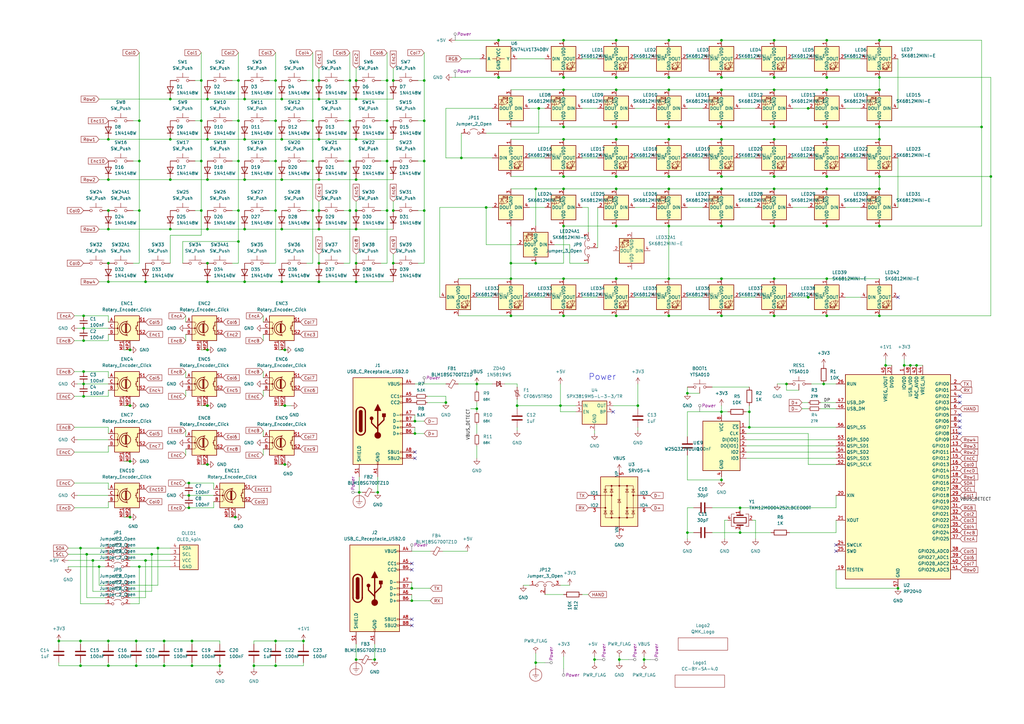
<source format=kicad_sch>
(kicad_sch (version 20230121) (generator eeschema)
  (paper "A3")
  (title_block (title "RefleXion - Ortho 65 Matrix") (date "2022-10-10") (rev "v1.0.0") (company "Tweety's Wild Thinking") (comment 1 "Design: Markus Knutsson <markus.knutsson@tweety.se>") (comment 2 "Concept: Pedro Quaresma <pq@live.ie>") (comment 3 "https://github.com/TweetyDaBird") (comment 4 "Licensed under Creative Commons BY-SA 4.0 International"))
  (junction (at 209.55 129.54))
  (junction (at 168.91 241.3))
  (junction (at 252.73 129.54))
  (junction (at 100.33 115.57))
  (junction (at 173.99 86.36))
  (junction (at 402.59 52.07))
  (junction (at 252.73 92.71))
  (junction (at 115.57 57.15))
  (junction (at 33.02 262.89))
  (junction (at 274.32 16.51))
  (junction (at 231.14 114.3))
  (junction (at 97.79 33.02))
  (junction (at 252.73 77.47))
  (junction (at 360.68 16.51))
  (junction (at 158.75 66.04))
  (junction (at 339.09 77.47))
  (junction (at 303.53 208.28))
  (junction (at 57.15 86.36))
  (junction (at 295.91 114.3))
  (junction (at 274.32 114.3))
  (junction (at 33.02 224.79))
  (junction (at 82.55 66.04))
  (junction (at 339.09 72.39))
  (junction (at 116.84 190.5))
  (junction (at 339.09 57.15))
  (junction (at 161.29 86.36))
  (junction (at 252.73 16.51))
  (junction (at 146.05 270.51))
  (junction (at 57.15 49.53))
  (junction (at 182.88 165.1))
  (junction (at 220.98 44.45))
  (junction (at 317.5 77.47))
  (junction (at 33.02 273.05))
  (junction (at 146.05 73.66))
  (junction (at 147.32 201.93))
  (junction (at 274.32 57.15))
  (junction (at 97.79 99.06))
  (junction (at 55.88 273.05))
  (junction (at 307.34 175.26))
  (junction (at 199.39 85.09))
  (junction (at 295.91 77.47))
  (junction (at 97.79 86.36))
  (junction (at 24.13 262.89))
  (junction (at 67.31 262.89))
  (junction (at 360.68 31.75))
  (junction (at 100.33 73.66))
  (junction (at 170.18 177.8))
  (junction (at 360.68 72.39))
  (junction (at 78.74 273.05))
  (junction (at 128.27 86.36))
  (junction (at 219.71 107.95))
  (junction (at 209.55 114.3))
  (junction (at 204.47 16.51))
  (junction (at 35.56 227.33))
  (junction (at 143.51 49.53))
  (junction (at 274.32 77.47))
  (junction (at 274.32 92.71))
  (junction (at 231.14 52.07))
  (junction (at 195.58 167.64))
  (junction (at 317.5 57.15))
  (junction (at 295.91 129.54))
  (junction (at 322.58 157.48))
  (junction (at 100.33 40.64))
  (junction (at 158.75 33.02))
  (junction (at 274.32 36.83))
  (junction (at 44.45 115.57))
  (junction (at 55.88 262.89))
  (junction (at 231.14 92.71))
  (junction (at 97.79 49.53))
  (junction (at 40.64 232.41))
  (junction (at 209.55 107.95))
  (junction (at 295.91 196.85))
  (junction (at 44.45 86.36))
  (junction (at 115.57 73.66))
  (junction (at 146.05 107.95))
  (junction (at 90.17 273.05))
  (junction (at 168.91 246.38))
  (junction (at 337.82 157.48))
  (junction (at 158.75 49.53))
  (junction (at 78.74 262.89))
  (junction (at 153.67 270.51))
  (junction (at 82.55 49.53))
  (junction (at 281.94 161.29))
  (junction (at 295.91 57.15))
  (junction (at 77.47 203.2))
  (junction (at 231.14 57.15))
  (junction (at 360.68 57.15))
  (junction (at 252.73 114.3))
  (junction (at 252.73 31.75))
  (junction (at 57.15 66.04))
  (junction (at 317.5 92.71))
  (junction (at 53.34 189.23))
  (junction (at 339.09 36.83))
  (junction (at 339.09 114.3))
  (junction (at 339.09 31.75))
  (junction (at 231.14 72.39))
  (junction (at 252.73 36.83))
  (junction (at 339.09 92.71))
  (junction (at 59.69 115.57))
  (junction (at 307.34 168.91))
  (junction (at 64.77 224.79))
  (junction (at 360.68 92.71))
  (junction (at 317.5 16.51))
  (junction (at 100.33 93.98))
  (junction (at 115.57 40.64))
  (junction (at 212.09 166.37))
  (junction (at 34.29 152.4))
  (junction (at 146.05 115.57))
  (junction (at 370.84 149.86))
  (junction (at 113.03 273.05))
  (junction (at 115.57 115.57))
  (junction (at 85.09 40.64))
  (junction (at 170.18 172.72))
  (junction (at 281.94 218.44))
  (junction (at 317.5 52.07))
  (junction (at 274.32 52.07))
  (junction (at 295.91 31.75))
  (junction (at 252.73 52.07))
  (junction (at 96.52 212.09))
  (junction (at 69.85 93.98))
  (junction (at 173.99 33.02))
  (junction (at 189.23 64.77))
  (junction (at 85.09 166.37))
  (junction (at 295.91 16.51))
  (junction (at 146.05 57.15))
  (junction (at 375.92 149.86))
  (junction (at 130.81 86.36))
  (junction (at 317.5 31.75))
  (junction (at 85.09 73.66))
  (junction (at 100.33 57.15))
  (junction (at 69.85 40.64))
  (junction (at 57.15 232.41))
  (junction (at 59.69 229.87))
  (junction (at 53.34 166.37))
  (junction (at 113.03 66.04))
  (junction (at 229.87 166.37))
  (junction (at 143.51 33.02))
  (junction (at 146.05 40.64))
  (junction (at 77.47 198.12))
  (junction (at 204.47 31.75))
  (junction (at 44.45 262.89))
  (junction (at 53.34 143.51))
  (junction (at 34.29 162.56))
  (junction (at 116.84 143.51))
  (junction (at 406.4 72.39))
  (junction (at 261.62 166.37))
  (junction (at 69.85 57.15))
  (junction (at 303.53 218.44))
  (junction (at 339.09 52.07))
  (junction (at 44.45 273.05))
  (junction (at 34.29 157.48))
  (junction (at 360.68 77.47))
  (junction (at 295.91 168.91))
  (junction (at 154.94 201.93))
  (junction (at 130.81 40.64))
  (junction (at 331.47 121.92))
  (junction (at 34.29 129.54))
  (junction (at 231.14 77.47))
  (junction (at 146.05 86.36))
  (junction (at 363.22 149.86))
  (junction (at 274.32 31.75))
  (junction (at 85.09 93.98))
  (junction (at 373.38 149.86))
  (junction (at 115.57 93.98))
  (junction (at 85.09 107.95))
  (junction (at 44.45 93.98))
  (junction (at 317.5 114.3))
  (junction (at 219.71 271.78))
  (junction (at 231.14 31.75))
  (junction (at 82.55 86.36))
  (junction (at 85.09 57.15))
  (junction (at 339.09 16.51))
  (junction (at 360.68 129.54))
  (junction (at 254 270.51))
  (junction (at 97.79 66.04))
  (junction (at 252.73 57.15))
  (junction (at 317.5 72.39))
  (junction (at 368.3 241.3))
  (junction (at 128.27 66.04))
  (junction (at 231.14 129.54))
  (junction (at 161.29 33.02))
  (junction (at 113.03 49.53))
  (junction (at 128.27 49.53))
  (junction (at 130.81 93.98))
  (junction (at 252.73 72.39))
  (junction (at 62.23 227.33))
  (junction (at 231.14 16.51))
  (junction (at 295.91 36.83))
  (junction (at 195.58 157.48))
  (junction (at 317.5 129.54))
  (junction (at 161.29 107.95))
  (junction (at 130.81 115.57))
  (junction (at 130.81 73.66))
  (junction (at 44.45 107.95))
  (junction (at 173.99 66.04))
  (junction (at 67.31 273.05))
  (junction (at 85.09 115.57))
  (junction (at 295.91 72.39))
  (junction (at 85.09 190.5))
  (junction (at 82.55 33.02))
  (junction (at 124.46 262.89))
  (junction (at 104.14 273.05))
  (junction (at 113.03 33.02))
  (junction (at 231.14 36.83))
  (junction (at 243.84 270.51))
  (junction (at 317.5 36.83))
  (junction (at 143.51 66.04))
  (junction (at 143.51 86.36))
  (junction (at 113.03 262.89))
  (junction (at 113.03 86.36))
  (junction (at 44.45 73.66))
  (junction (at 158.75 86.36))
  (junction (at 360.68 36.83))
  (junction (at 34.29 139.7))
  (junction (at 34.29 134.62))
  (junction (at 146.05 93.98))
  (junction (at 331.47 44.45))
  (junction (at 264.16 270.51))
  (junction (at 295.91 92.71))
  (junction (at 360.68 52.07))
  (junction (at 339.09 129.54))
  (junction (at 274.32 129.54))
  (junction (at 130.81 107.95))
  (junction (at 130.81 57.15))
  (junction (at 173.99 49.53))
  (junction (at 274.32 72.39))
  (junction (at 77.47 208.28))
  (junction (at 69.85 73.66))
  (junction (at 116.84 166.37))
  (junction (at 295.91 52.07))
  (junction (at 219.71 77.47))
  (junction (at 130.81 33.02))
  (junction (at 146.05 33.02))
  (junction (at 85.09 143.51))
  (junction (at 128.27 33.02))
  (junction (at 44.45 57.15))
  (junction (at 38.1 229.87))
  (junction (at 53.34 212.09))
  (no_connect (at 168.91 254))
  (no_connect (at 393.7 170.18))
  (no_connect (at 168.91 231.14))
  (no_connect (at 393.7 172.72))
  (no_connect (at 368.3 121.92))
  (no_connect (at 393.7 165.1))
  (no_connect (at 342.9 223.52))
  (no_connect (at 168.91 233.68))
  (no_connect (at 393.7 175.26))
  (no_connect (at 170.18 185.42))
  (no_connect (at 168.91 256.54))
  (no_connect (at 393.7 177.8))
  (no_connect (at 251.46 168.91))
  (no_connect (at 393.7 162.56))
  (no_connect (at 342.9 226.06))
  (no_connect (at 170.18 187.96))
  (wire (pts (xy 33.02 247.65) (xy 33.02 224.79)))
  (wire (pts (xy 281.94 196.85) (xy 281.94 186.69)))
  (wire (pts (xy 281.94 85.09) (xy 288.29 85.09)))
  (wire (pts (xy 78.74 273.05) (xy 90.17 273.05)))
  (wire (pts (xy 82.55 86.36) (xy 82.55 96.52)))
  (wire (pts (xy 107.95 160.02) (xy 107.95 162.56)))
  (wire (pts (xy 114.3 143.51) (xy 116.84 143.51)))
  (wire (pts (xy 100.33 93.98) (xy 115.57 93.98)))
  (wire (pts (xy 156.21 33.02) (xy 158.75 33.02)))
  (wire (pts (xy 100.33 40.64) (xy 115.57 40.64)))
  (wire (pts (xy 209.55 36.83) (xy 231.14 36.83)))
  (wire (pts (xy 90.17 271.78) (xy 90.17 273.05)))
  (wire (pts (xy 53.34 240.03) (xy 64.77 240.03)))
  (wire (pts (xy 339.09 92.71) (xy 360.68 92.71)))
  (wire (pts (xy 34.29 162.56) (xy 44.45 162.56)))
  (wire (pts (xy 62.23 242.57) (xy 53.34 242.57)))
  (wire (pts (xy 195.58 187.96) (xy 195.58 182.88)))
  (wire (pts (xy 130.81 27.94) (xy 130.81 33.02)))
  (wire (pts (xy 261.62 166.37) (xy 261.62 167.64)))
  (wire (pts (xy 339.09 36.83) (xy 360.68 36.83)))
  (wire (pts (xy 339.09 57.15) (xy 360.68 57.15)))
  (wire (pts (xy 307.34 168.91) (xy 306.07 168.91)))
  (wire (pts (xy 33.02 264.16) (xy 33.02 262.89)))
  (wire (pts (xy 217.17 85.09) (xy 223.52 85.09)))
  (wire (pts (xy 292.1 218.44) (xy 303.53 218.44)))
  (wire (pts (xy 77.47 208.28) (xy 87.63 208.28)))
  (wire (pts (xy 40.64 73.66) (xy 44.45 73.66)))
  (wire (pts (xy 306.07 177.8) (xy 331.47 177.8)))
  (wire (pts (xy 281.94 196.85) (xy 295.91 196.85)))
  (wire (pts (xy 220.98 54.61) (xy 199.39 54.61)))
  (wire (pts (xy 27.94 229.87) (xy 38.1 229.87)))
  (wire (pts (xy 57.15 21.59) (xy 57.15 49.53)))
  (wire (pts (xy 104.14 262.89) (xy 113.03 262.89)))
  (wire (pts (xy 69.85 229.87) (xy 59.69 229.87)))
  (wire (pts (xy 306.07 180.34) (xy 342.9 180.34)))
  (wire (pts (xy 238.76 121.92) (xy 245.11 121.92)))
  (wire (pts (xy 264.16 270.51) (xy 264.16 269.24)))
  (wire (pts (xy 173.99 49.53) (xy 173.99 66.04)))
  (wire (pts (xy 171.45 33.02) (xy 173.99 33.02)))
  (wire (pts (xy 248.92 -13.97) (xy 241.3 -13.97)))
  (wire (pts (xy 97.79 49.53) (xy 97.79 66.04)))
  (wire (pts (xy 339.09 129.54) (xy 360.68 129.54)))
  (wire (pts (xy 402.59 16.51) (xy 402.59 52.07)))
  (wire (pts (xy 168.91 243.84) (xy 168.91 246.38)))
  (wire (pts (xy 243.84 269.24) (xy 243.84 270.51)))
  (wire (pts (xy 130.81 57.15) (xy 146.05 57.15)))
  (wire (pts (xy 173.99 66.04) (xy 173.99 86.36)))
  (wire (pts (xy 34.29 129.54) (xy 44.45 129.54)))
  (wire (pts (xy 309.88 213.36) (xy 309.88 220.98)))
  (wire (pts (xy 308.61 213.36) (xy 309.88 213.36)))
  (wire (pts (xy 44.45 132.08) (xy 44.45 129.54)))
  (wire (pts (xy 69.85 227.33) (xy 62.23 227.33)))
  (wire (pts (xy 209.55 57.15) (xy 231.14 57.15)))
  (wire (pts (xy 97.79 66.04) (xy 97.79 86.36)))
  (wire (pts (xy 44.45 271.78) (xy 44.45 273.05)))
  (wire (pts (xy 95.25 86.36) (xy 97.79 86.36)))
  (wire (pts (xy 254 270.51) (xy 257.81 270.51)))
  (wire (pts (xy 252.73 52.07) (xy 274.32 52.07)))
  (wire (pts (xy 243.84 270.51) (xy 243.84 271.78)))
  (wire (pts (xy 95.25 33.02) (xy 97.79 33.02)))
  (wire (pts (xy 113.03 273.05) (xy 124.46 273.05)))
  (wire (pts (xy 130.81 82.55) (xy 130.81 86.36)))
  (wire (pts (xy 158.75 66.04) (xy 158.75 86.36)))
  (wire (pts (xy 274.32 77.47) (xy 295.91 77.47)))
  (wire (pts (xy 306.07 185.42) (xy 342.9 185.42)))
  (wire (pts (xy 113.03 264.16) (xy 113.03 262.89)))
  (wire (pts (xy 30.48 129.54) (xy 34.29 129.54)))
  (wire (pts (xy 80.01 86.36) (xy 82.55 86.36)))
  (wire (pts (xy 195.58 173.99) (xy 195.58 177.8)))
  (wire (pts (xy 54.61 107.95) (xy 57.15 107.95)))
  (wire (pts (xy 274.32 16.51) (xy 295.91 16.51)))
  (wire (pts (xy 173.99 33.02) (xy 173.99 49.53)))
  (wire (pts (xy 229.87 168.91) (xy 229.87 166.37)))
  (wire (pts (xy 44.45 137.16) (xy 44.45 139.7)))
  (wire (pts (xy 76.2 137.16) (xy 76.2 139.7)))
  (wire (pts (xy 363.22 147.32) (xy 363.22 149.86)))
  (wire (pts (xy 74.93 107.95) (xy 74.93 99.06)))
  (wire (pts (xy 147.32 201.93) (xy 148.59 201.93)))
  (wire (pts (xy 360.68 16.51) (xy 402.59 16.51)))
  (wire (pts (xy 171.45 49.53) (xy 173.99 49.53)))
  (wire (pts (xy 33.02 271.78) (xy 33.02 273.05)))
  (wire (pts (xy 80.01 49.53) (xy 82.55 49.53)))
  (wire (pts (xy 402.59 52.07) (xy 402.59 92.71)))
  (wire (pts (xy 64.77 224.79) (xy 69.85 224.79)))
  (wire (pts (xy 57.15 232.41) (xy 57.15 247.65)))
  (wire (pts (xy 34.29 157.48) (xy 44.45 157.48)))
  (wire (pts (xy 90.17 264.16) (xy 90.17 262.89)))
  (wire (pts (xy 264.16 271.78) (xy 264.16 270.51)))
  (wire (pts (xy 170.18 157.48) (xy 182.88 157.48)))
  (wire (pts (xy 44.45 160.02) (xy 44.45 162.56)))
  (wire (pts (xy 146.05 73.66) (xy 161.29 73.66)))
  (wire (pts (xy 236.22 168.91) (xy 229.87 168.91)))
  (wire (pts (xy 168.91 241.3) (xy 176.53 241.3)))
  (wire (pts (xy 219.71 271.78) (xy 219.71 273.05)))
  (wire (pts (xy 40.64 115.57) (xy 44.45 115.57)))
  (wire (pts (xy 107.95 179.07) (xy 107.95 176.53)))
  (wire (pts (xy 107.95 137.16) (xy 107.95 139.7)))
  (wire (pts (xy 231.14 92.71) (xy 231.14 107.95)))
  (wire (pts (xy 110.49 86.36) (xy 113.03 86.36)))
  (wire (pts (xy 173.99 86.36) (xy 171.45 86.36)))
  (wire (pts (xy 297.18 213.36) (xy 297.18 220.98)))
  (wire (pts (xy 104.14 271.78) (xy 104.14 273.05)))
  (wire (pts (xy 220.98 44.45) (xy 223.52 44.45)))
  (wire (pts (xy 43.18 245.11) (xy 35.56 245.11)))
  (wire (pts (xy 274.32 129.54) (xy 295.91 129.54)))
  (wire (pts (xy 140.97 86.36) (xy 143.51 86.36)))
  (wire (pts (xy 146.05 82.55) (xy 146.05 86.36)))
  (wire (pts (xy 113.03 86.36) (xy 113.03 107.95)))
  (wire (pts (xy 281.94 161.29) (xy 281.94 158.75)))
  (wire (pts (xy 74.93 99.06) (xy 97.79 99.06)))
  (wire (pts (xy 113.03 33.02) (xy 113.03 49.53)))
  (wire (pts (xy 44.45 115.57) (xy 59.69 115.57)))
  (wire (pts (xy 336.55 167.64) (xy 342.9 167.64)))
  (wire (pts (xy 38.1 242.57) (xy 38.1 229.87)))
  (wire (pts (xy 69.85 40.64) (xy 85.09 40.64)))
  (wire (pts (xy 182.88 44.45) (xy 201.93 44.45)))
  (wire (pts (xy 325.12 121.92) (xy 331.47 121.92)))
  (wire (pts (xy 331.47 44.45) (xy 334.01 44.45)))
  (wire (pts (xy 331.47 121.92) (xy 334.01 121.92)))
  (wire (pts (xy 204.47 31.75) (xy 231.14 31.75)))
  (wire (pts (xy 306.07 187.96) (xy 342.9 187.96)))
  (wire (pts (xy 303.53 209.55) (xy 303.53 208.28)))
  (wire (pts (xy 40.64 93.98) (xy 44.45 93.98)))
  (wire (pts (xy 44.45 182.88) (xy 44.45 185.42)))
  (wire (pts (xy 50.8 212.09) (xy 53.34 212.09)))
  (wire (pts (xy 54.61 49.53) (xy 57.15 49.53)))
  (wire (pts (xy 229.87 157.48) (xy 229.87 166.37)))
  (wire (pts (xy 173.99 86.36) (xy 173.99 107.95)))
  (wire (pts (xy 40.64 57.15) (xy 44.45 57.15)))
  (wire (pts (xy 214.63 240.03) (xy 217.17 240.03)))
  (wire (pts (xy 67.31 262.89) (xy 78.74 262.89)))
  (wire (pts (xy 140.97 107.95) (xy 143.51 107.95)))
  (wire (pts (xy 107.95 154.94) (xy 107.95 152.4)))
  (wire (pts (xy 146.05 93.98) (xy 161.29 93.98)))
  (wire (pts (xy 175.26 165.1) (xy 182.88 165.1)))
  (wire (pts (xy 76.2 198.12) (xy 77.47 198.12)))
  (wire (pts (xy 322.58 157.48) (xy 318.77 157.48)))
  (wire (pts (xy 307.34 168.91) (xy 307.34 175.26)))
  (wire (pts (xy 342.9 218.44) (xy 342.9 213.36)))
  (wire (pts (xy 339.09 16.51) (xy 360.68 16.51)))
  (wire (pts (xy 317.5 16.51) (xy 339.09 16.51)))
  (wire (pts (xy 35.56 227.33) (xy 43.18 227.33)))
  (wire (pts (xy 373.38 149.86) (xy 370.84 149.86)))
  (wire (pts (xy 62.23 227.33) (xy 53.34 227.33)))
  (wire (pts (xy 306.07 182.88) (xy 342.9 182.88)))
  (wire (pts (xy 161.29 27.94) (xy 161.29 33.02)))
  (wire (pts (xy 231.14 129.54) (xy 252.73 129.54)))
  (wire (pts (xy 295.91 16.51) (xy 317.5 16.51)))
  (wire (pts (xy 346.71 85.09) (xy 353.06 85.09)))
  (wire (pts (xy 27.94 227.33) (xy 35.56 227.33)))
  (wire (pts (xy 78.74 262.89) (xy 90.17 262.89)))
  (wire (pts (xy 146.05 104.14) (xy 146.05 107.95)))
  (wire (pts (xy 128.27 21.59) (xy 128.27 33.02)))
  (wire (pts (xy 204.47 16.51) (xy 231.14 16.51)))
  (wire (pts (xy 260.35 24.13) (xy 266.7 24.13)))
  (wire (pts (xy 158.75 49.53) (xy 158.75 66.04)))
  (wire (pts (xy 31.75 180.34) (xy 44.45 180.34)))
  (wire (pts (xy 168.91 238.76) (xy 168.91 241.3)))
  (wire (pts (xy 346.71 44.45) (xy 353.06 44.45)))
  (wire (pts (xy 33.02 224.79) (xy 27.94 224.79)))
  (wire (pts (xy 180.34 85.09) (xy 180.34 121.92)))
  (wire (pts (xy 298.45 168.91) (xy 295.91 168.91)))
  (wire (pts (xy 233.68 107.95) (xy 233.68 100.33)))
  (wire (pts (xy 170.18 170.18) (xy 170.18 172.72)))
  (wire (pts (xy 303.53 217.17) (xy 303.53 218.44)))
  (wire (pts (xy 339.09 52.07) (xy 360.68 52.07)))
  (wire (pts (xy 110.49 66.04) (xy 113.03 66.04)))
  (wire (pts (xy 140.97 66.04) (xy 143.51 66.04)))
  (wire (pts (xy 339.09 114.3) (xy 360.68 114.3)))
  (wire (pts (xy 231.14 114.3) (xy 252.73 114.3)))
  (wire (pts (xy 274.32 57.15) (xy 295.91 57.15)))
  (wire (pts (xy 50.8 189.23) (xy 53.34 189.23)))
  (wire (pts (xy 368.3 24.13) (xy 368.3 44.45)))
  (wire (pts (xy 189.23 54.61) (xy 189.23 64.77)))
  (wire (pts (xy 307.34 175.26) (xy 306.07 175.26)))
  (wire (pts (xy 309.88 85.09) (xy 303.53 85.09)))
  (wire (pts (xy 104.14 273.05) (xy 104.14 274.32)))
  (wire (pts (xy 303.53 121.92) (xy 309.88 121.92)))
  (wire (pts (xy 115.57 115.57) (xy 130.81 115.57)))
  (wire (pts (xy 339.09 72.39) (xy 360.68 72.39)))
  (wire (pts (xy 154.94 201.93) (xy 154.94 195.58)))
  (wire (pts (xy 195.58 167.64) (xy 195.58 165.1)))
  (wire (pts (xy 78.74 271.78) (xy 78.74 273.05)))
  (wire (pts (xy 252.73 72.39) (xy 274.32 72.39)))
  (wire (pts (xy 33.02 224.79) (xy 43.18 224.79)))
  (wire (pts (xy 77.47 198.12) (xy 87.63 198.12)))
  (wire (pts (xy 182.88 44.45) (xy 182.88 64.77)))
  (wire (pts (xy 342.9 208.28) (xy 342.9 203.2)))
  (wire (pts (xy 54.61 86.36) (xy 57.15 86.36)))
  (wire (pts (xy 113.03 49.53) (xy 113.03 66.04)))
  (wire (pts (xy 114.3 190.5) (xy 116.84 190.5)))
  (wire (pts (xy 331.47 190.5) (xy 342.9 190.5)))
  (wire (pts (xy 85.09 73.66) (xy 100.33 73.66)))
  (wire (pts (xy 342.9 241.3) (xy 342.9 233.68)))
  (wire (pts (xy 30.48 152.4) (xy 34.29 152.4)))
  (wire (pts (xy 212.09 167.64) (xy 212.09 166.37)))
  (wire (pts (xy 156.21 49.53) (xy 158.75 49.53)))
  (wire (pts (xy 76.2 132.08) (xy 76.2 129.54)))
  (wire (pts (xy 44.45 200.66) (xy 44.45 198.12)))
  (wire (pts (xy 130.81 115.57) (xy 146.05 115.57)))
  (wire (pts (xy 209.55 107.95) (xy 209.55 114.3)))
  (wire (pts (xy 187.96 114.3) (xy 209.55 114.3)))
  (wire (pts (xy 44.45 177.8) (xy 44.45 175.26)))
  (wire (pts (xy 274.32 31.75) (xy 295.91 31.75)))
  (wire (pts (xy 87.63 198.12) (xy 87.63 200.66)))
  (wire (pts (xy 143.51 21.59) (xy 143.51 33.02)))
  (wire (pts (xy 69.85 73.66) (xy 85.09 73.66)))
  (wire (pts (xy 360.68 31.75) (xy 406.4 31.75)))
  (wire (pts (xy 303.53 44.45) (xy 309.88 44.45)))
  (wire (pts (xy 128.27 49.53) (xy 128.27 66.04)))
  (wire (pts (xy 325.12 64.77) (xy 331.47 64.77)))
  (wire (pts (xy 100.33 73.66) (xy 115.57 73.66)))
  (wire (pts (xy 231.14 77.47) (xy 252.73 77.47)))
  (wire (pts (xy 331.47 85.09) (xy 325.12 85.09)))
  (wire (pts (xy 287.02 161.29) (xy 281.94 161.29)))
  (wire (pts (xy 116.84 166.37) (xy 119.38 166.37)))
  (wire (pts (xy 146.05 27.94) (xy 146.05 33.02)))
  (wire (pts (xy 69.85 96.52) (xy 69.85 107.95)))
  (wire (pts (xy 67.31 271.78) (xy 67.31 273.05)))
  (wire (pts (xy 260.35 44.45) (xy 266.7 44.45)))
  (wire (pts (xy 368.3 64.77) (xy 368.3 85.09)))
  (wire (pts (xy 325.12 44.45) (xy 331.47 44.45)))
  (wire (pts (xy 229.87 240.03) (xy 233.68 240.03)))
  (wire (pts (xy 281.94 179.07) (xy 281.94 168.91)))
  (wire (pts (xy 55.88 264.16) (xy 55.88 262.89)))
  (wire (pts (xy 53.34 232.41) (xy 57.15 232.41)))
  (wire (pts (xy 195.58 121.92) (xy 201.93 121.92)))
  (wire (pts (xy 303.53 64.77) (xy 309.88 64.77)))
  (wire (pts (xy 281.94 64.77) (xy 288.29 64.77)))
  (wire (pts (xy 140.97 33.02) (xy 143.51 33.02)))
  (wire (pts (xy 158.75 86.36) (xy 156.21 86.36)))
  (wire (pts (xy 95.25 66.04) (xy 97.79 66.04)))
  (wire (pts (xy 241.3 95.25) (xy 241.3 85.09)))
  (wire (pts (xy 264.16 270.51) (xy 266.7 270.51)))
  (wire (pts (xy 231.14 57.15) (xy 252.73 57.15)))
  (wire (pts (xy 182.88 162.56) (xy 182.88 165.1)))
  (wire (pts (xy 260.35 85.09) (xy 266.7 85.09)))
  (wire (pts (xy 170.18 175.26) (xy 170.18 177.8)))
  (wire (pts (xy 243.84 176.53) (xy 243.84 177.8)))
  (wire (pts (xy 317.5 52.07) (xy 339.09 52.07)))
  (wire (pts (xy 363.22 149.86) (xy 365.76 149.86)))
  (wire (pts (xy 77.47 203.2) (xy 87.63 203.2)))
  (wire (pts (xy 24.13 262.89) (xy 33.02 262.89)))
  (wire (pts (xy 181.61 226.06) (xy 191.77 226.06)))
  (wire (pts (xy 82.55 166.37) (xy 85.09 166.37)))
  (wire (pts (xy 53.34 245.11) (xy 59.69 245.11)))
  (wire (pts (xy 292.1 208.28) (xy 303.53 208.28)))
  (wire (pts (xy 124.46 262.89) (xy 124.46 264.16)))
  (wire (pts (xy 370.84 147.32) (xy 370.84 149.86)))
  (wire (pts (xy 271.78 -13.97) (xy 264.16 -13.97)))
  (wire (pts (xy 168.91 226.06) (xy 176.53 226.06)))
  (wire (pts (xy 34.29 134.62) (xy 44.45 134.62)))
  (wire (pts (xy 69.85 57.15) (xy 85.09 57.15)))
  (wire (pts (xy 238.76 44.45) (xy 245.11 44.45)))
  (wire (pts (xy 303.53 218.44) (xy 316.23 218.44)))
  (wire (pts (xy 93.98 212.09) (xy 96.52 212.09)))
  (wire (pts (xy 195.58 160.02) (xy 195.58 157.48)))
  (wire (pts (xy 40.64 240.03) (xy 40.64 232.41)))
  (wire (pts (xy 220.98 44.45) (xy 220.98 54.61)))
  (wire (pts (xy 76.2 184.15) (xy 76.2 186.69)))
  (wire (pts (xy 241.3 107.95) (xy 233.68 107.95)))
  (wire (pts (xy 243.84 270.51) (xy 245.11 270.51)))
  (wire (pts (xy 146.05 40.64) (xy 161.29 40.64)))
  (wire (pts (xy 284.48 218.44) (xy 281.94 218.44)))
  (wire (pts (xy 274.32 72.39) (xy 295.91 72.39)))
  (wire (pts (xy 195.58 168.91) (xy 195.58 167.64)))
  (wire (pts (xy 57.15 232.41) (xy 69.85 232.41)))
  (wire (pts (xy 360.68 72.39) (xy 360.68 77.47)))
  (wire (pts (xy 30.48 139.7) (xy 34.29 139.7)))
  (wire (pts (xy 59.69 229.87) (xy 53.34 229.87)))
  (wire (pts (xy 161.29 104.14) (xy 161.29 107.95)))
  (wire (pts (xy 143.51 66.04) (xy 143.51 86.36)))
  (wire (pts (xy 146.05 57.15) (xy 161.29 57.15)))
  (wire (pts (xy 176.53 246.38) (xy 168.91 246.38)))
  (wire (pts (xy 231.14 92.71) (xy 252.73 92.71)))
  (wire (pts (xy 254 270.51) (xy 254 271.78)))
  (wire (pts (xy 97.79 21.59) (xy 97.79 33.02)))
  (wire (pts (xy 50.8 166.37) (xy 53.34 166.37)))
  (wire (pts (xy 97.79 33.02) (xy 97.79 49.53)))
  (wire (pts (xy 238.76 64.77) (xy 245.11 64.77)))
  (wire (pts (xy 281.94 168.91) (xy 295.91 168.91)))
  (wire (pts (xy 82.55 49.53) (xy 82.55 66.04)))
  (wire (pts (xy 147.32 201.93) (xy 147.32 195.58)))
  (wire (pts (xy 251.46 166.37) (xy 261.62 166.37)))
  (wire (pts (xy 368.3 241.3) (xy 342.9 241.3)))
  (wire (pts (xy 113.03 271.78) (xy 113.03 273.05)))
  (wire (pts (xy 219.71 267.97) (xy 219.71 271.78)))
  (wire (pts (xy 212.09 100.33) (xy 199.39 100.33)))
  (wire (pts (xy 217.17 121.92) (xy 223.52 121.92)))
  (wire (pts (xy 231.14 269.24) (xy 231.14 274.32)))
  (wire (pts (xy 76.2 160.02) (xy 76.2 162.56)))
  (wire (pts (xy 360.68 52.07) (xy 402.59 52.07)))
  (wire (pts (xy 130.81 104.14) (xy 130.81 107.95)))
  (wire (pts (xy 173.99 107.95) (xy 171.45 107.95)))
  (wire (pts (xy 114.3 166.37) (xy 116.84 166.37)))
  (wire (pts (xy 295.91 166.37) (xy 295.91 168.91)))
  (wire (pts (xy 95.25 49.53) (xy 97.79 49.53)))
  (wire (pts (xy 295.91 77.47) (xy 317.5 77.47)))
  (wire (pts (xy 34.29 139.7) (xy 44.45 139.7)))
  (wire (pts (xy 303.53 24.13) (xy 309.88 24.13)))
  (wire (pts (xy 182.88 64.77) (xy 189.23 64.77)))
  (wire (pts (xy 85.09 57.15) (xy 100.33 57.15)))
  (wire (pts (xy 339.09 31.75) (xy 360.68 31.75)))
  (wire (pts (xy 209.55 72.39) (xy 231.14 72.39)))
  (wire (pts (xy 295.91 168.91) (xy 295.91 170.18)))
  (wire (pts (xy 261.62 157.48) (xy 261.62 166.37)))
  (wire (pts (xy 146.05 115.57) (xy 161.29 115.57)))
  (wire (pts (xy 115.57 73.66) (xy 130.81 73.66)))
  (wire (pts (xy 173.99 21.59) (xy 173.99 33.02)))
  (wire (pts (xy 24.13 262.89) (xy 24.13 264.16)))
  (wire (pts (xy 44.45 57.15) (xy 69.85 57.15)))
  (wire (pts (xy 30.48 208.28) (xy 44.45 208.28)))
  (wire (pts (xy 201.93 85.09) (xy 199.39 85.09)))
  (wire (pts (xy 125.73 49.53) (xy 128.27 49.53)))
  (wire (pts (xy 317.5 57.15) (xy 339.09 57.15)))
  (wire (pts (xy 346.71 24.13) (xy 353.06 24.13)))
  (wire (pts (xy 110.49 49.53) (xy 113.03 49.53)))
  (wire (pts (xy 80.01 66.04) (xy 82.55 66.04)))
  (wire (pts (xy 82.55 33.02) (xy 82.55 49.53)))
  (wire (pts (xy 85.09 115.57) (xy 100.33 115.57)))
  (wire (pts (xy 53.34 247.65) (xy 57.15 247.65)))
  (wire (pts (xy 295.91 92.71) (xy 317.5 92.71)))
  (wire (pts (xy 317.5 77.47) (xy 339.09 77.47)))
  (wire (pts (xy 44.45 273.05) (xy 33.02 273.05)))
  (wire (pts (xy 252.73 16.51) (xy 274.32 16.51)))
  (wire (pts (xy 199.39 85.09) (xy 180.34 85.09)))
  (wire (pts (xy 170.18 172.72) (xy 173.99 172.72)))
  (wire (pts (xy 77.47 203.2) (xy 76.2 203.2)))
  (wire (pts (xy 55.88 273.05) (xy 44.45 273.05)))
  (wire (pts (xy 40.64 232.41) (xy 43.18 232.41)))
  (wire (pts (xy 158.75 107.95) (xy 156.21 107.95)))
  (wire (pts (xy 35.56 245.11) (xy 35.56 227.33)))
  (wire (pts (xy 107.95 184.15) (xy 107.95 186.69)))
  (wire (pts (xy 339.09 77.47) (xy 360.68 77.47)))
  (wire (pts (xy 245.11 85.09) (xy 245.11 101.6)))
  (wire (pts (xy 323.85 218.44) (xy 342.9 218.44)))
  (wire (pts (xy 186.69 16.51) (xy 204.47 16.51)))
  (wire (pts (xy 59.69 229.87) (xy 59.69 245.11)))
  (wire (pts (xy 110.49 33.02) (xy 113.03 33.02)))
  (wire (pts (xy 30.48 185.42) (xy 44.45 185.42)))
  (wire (pts (xy 64.77 240.03) (xy 64.77 224.79)))
  (wire (pts (xy 113.03 66.04) (xy 113.03 86.36)))
  (wire (pts (xy 44.45 93.98) (xy 69.85 93.98)))
  (wire (pts (xy 146.05 270.51) (xy 146.05 264.16)))
  (wire (pts (xy 295.91 31.75) (xy 317.5 31.75)))
  (wire (pts (xy 212.09 175.26) (xy 212.09 176.53)))
  (wire (pts (xy 307.34 166.37) (xy 307.34 168.91)))
  (wire (pts (xy 85.09 93.98) (xy 100.33 93.98)))
  (wire (pts (xy 303.53 208.28) (xy 342.9 208.28)))
  (wire (pts (xy 125.73 86.36) (xy 128.27 86.36)))
  (wire (pts (xy 78.74 264.16) (xy 78.74 262.89)))
  (wire (pts (xy 322.58 160.02) (xy 322.58 157.48)))
  (wire (pts (xy 34.29 152.4) (xy 44.45 152.4)))
  (wire (pts (xy 161.29 82.55) (xy 161.29 86.36)))
  (wire (pts (xy 30.48 198.12) (xy 44.45 198.12)))
  (wire (pts (xy 97.79 86.36) (xy 97.79 99.06)))
  (wire (pts (xy 209.55 129.54) (xy 231.14 129.54)))
  (wire (pts (xy 295.91 52.07) (xy 317.5 52.07)))
  (wire (pts (xy 44.45 262.89) (xy 55.88 262.89)))
  (wire (pts (xy 199.39 100.33) (xy 199.39 85.09)))
  (wire (pts (xy 146.05 270.51) (xy 147.32 270.51)))
  (wire (pts (xy 78.74 273.05) (xy 67.31 273.05)))
  (wire (pts (xy 406.4 72.39) (xy 406.4 129.54)))
  (wire (pts (xy 189.23 24.13) (xy 196.85 24.13)))
  (wire (pts (xy 231.14 107.95) (xy 219.71 107.95)))
  (wire (pts (xy 69.85 93.98) (xy 85.09 93.98)))
  (wire (pts (xy 124.46 273.05) (xy 124.46 271.78)))
  (wire (pts (xy 82.55 143.51) (xy 85.09 143.51)))
  (wire (pts (xy 317.5 31.75) (xy 339.09 31.75)))
  (wire (pts (xy 207.01 157.48) (xy 212.09 157.48)))
  (wire (pts (xy 43.18 229.87) (xy 38.1 229.87)))
  (wire (pts (xy 233.68 100.33) (xy 227.33 100.33)))
  (wire (pts (xy 85.09 40.64) (xy 100.33 40.64)))
  (wire (pts (xy 76.2 208.28) (xy 77.47 208.28)))
  (wire (pts (xy 281.94 44.45) (xy 288.29 44.45)))
  (wire (pts (xy 260.35 121.92) (xy 266.7 121.92)))
  (wire (pts (xy 284.48 208.28) (xy 281.94 208.28)))
  (wire (pts (xy 346.71 64.77) (xy 353.06 64.77)))
  (wire (pts (xy 209.55 52.07) (xy 231.14 52.07)))
  (wire (pts (xy 43.18 242.57) (xy 38.1 242.57)))
  (wire (pts (xy 378.46 149.86) (xy 375.92 149.86)))
  (wire (pts (xy 209.55 107.95) (xy 209.55 92.71)))
  (wire (pts (xy 62.23 227.33) (xy 62.23 242.57)))
  (wire (pts (xy 50.8 143.51) (xy 53.34 143.51)))
  (wire (pts (xy 360.68 52.07) (xy 360.68 57.15)))
  (wire (pts (xy 360.68 31.75) (xy 360.68 36.83)))
  (wire (pts (xy 281.94 208.28) (xy 281.94 218.44)))
  (wire (pts (xy 143.51 49.53) (xy 143.51 66.04)))
  (wire (pts (xy 252.73 31.75) (xy 274.32 31.75)))
  (wire (pts (xy 175.26 162.56) (xy 182.88 162.56)))
  (wire (pts (xy 30.48 175.26) (xy 44.45 175.26)))
  (wire (pts (xy 57.15 66.04) (xy 57.15 86.36)))
  (wire (pts (xy 295.91 36.83) (xy 317.5 36.83)))
  (wire (pts (xy 189.23 64.77) (xy 201.93 64.77)))
  (wire (pts (xy 360.68 129.54) (xy 406.4 129.54)))
  (wire (pts (xy 107.95 132.08) (xy 107.95 129.54)))
  (wire (pts (xy 24.13 273.05) (xy 33.02 273.05)))
  (wire (pts (xy 231.14 36.83) (xy 252.73 36.83)))
  (wire (pts (xy 55.88 271.78) (xy 55.88 273.05)))
  (wire (pts (xy 156.21 66.04) (xy 158.75 66.04)))
  (wire (pts (xy 317.5 129.54) (xy 339.09 129.54)))
  (wire (pts (xy 212.09 163.83) (xy 212.09 166.37)))
  (wire (pts (xy 125.73 107.95) (xy 128.27 107.95)))
  (wire (pts (xy 187.96 129.54) (xy 209.55 129.54)))
  (wire (pts (xy 125.73 66.04) (xy 128.27 66.04)))
  (wire (pts (xy 82.55 21.59) (xy 82.55 33.02)))
  (wire (pts (xy 43.18 247.65) (xy 33.02 247.65)))
  (wire (pts (xy 209.55 114.3) (xy 231.14 114.3)))
  (wire (pts (xy 115.57 40.64) (xy 130.81 40.64)))
  (wire (pts (xy 281.94 218.44) (xy 281.94 220.98)))
  (wire (pts (xy 44.45 264.16) (xy 44.45 262.89)))
  (wire (pts (xy 76.2 154.94) (xy 76.2 152.4)))
  (wire (pts (xy 76.2 179.07) (xy 76.2 176.53)))
  (wire (pts (xy 27.94 232.41) (xy 40.64 232.41)))
  (wire (pts (xy 143.51 86.36) (xy 143.51 107.95)))
  (wire (pts (xy 307.34 175.26) (xy 342.9 175.26)))
  (wire (pts (xy 31.75 157.48) (xy 34.29 157.48)))
  (wire (pts (xy 97.79 107.95) (xy 95.25 107.95)))
  (wire (pts (xy 115.57 93.98) (xy 130.81 93.98)))
  (wire (pts (xy 153.67 201.93) (xy 154.94 201.93)))
  (wire (pts (xy 187.96 157.48) (xy 195.58 157.48)))
  (wire (pts (xy 30.48 162.56) (xy 34.29 162.56)))
  (wire (pts (xy 260.35 64.77) (xy 266.7 64.77)))
  (wire (pts (xy 229.87 166.37) (xy 236.22 166.37)))
  (wire (pts (xy 212.09 158.75) (xy 212.09 157.48)))
  (wire (pts (xy 158.75 86.36) (xy 158.75 107.95)))
  (wire (pts (xy 231.14 16.51) (xy 252.73 16.51)))
  (wire (pts (xy 44.45 205.74) (xy 44.45 208.28)))
  (wire (pts (xy 295.91 57.15) (xy 317.5 57.15)))
  (wire (pts (xy 274.32 52.07) (xy 295.91 52.07)))
  (wire (pts (xy 231.14 52.07) (xy 252.73 52.07)))
  (wire (pts (xy 231.14 72.39) (xy 252.73 72.39)))
  (wire (pts (xy 128.27 66.04) (xy 128.27 86.36)))
  (wire (pts (xy 143.51 33.02) (xy 143.51 49.53)))
  (wire (pts (xy 140.97 49.53) (xy 143.51 49.53)))
  (wire (pts (xy 90.17 273.05) (xy 90.17 274.32)))
  (wire (pts (xy 331.47 177.8) (xy 331.47 190.5)))
  (wire (pts (xy 231.14 31.75) (xy 252.73 31.75)))
  (wire (pts (xy 261.62 175.26) (xy 261.62 176.53)))
  (wire (pts (xy 317.5 92.71) (xy 339.09 92.71)))
  (wire (pts (xy 252.73 114.3) (xy 274.32 114.3)))
  (wire (pts (xy 115.57 57.15) (xy 130.81 57.15)))
  (wire (pts (xy 317.5 36.83) (xy 339.09 36.83)))
  (wire (pts (xy 231.14 243.84) (xy 223.52 243.84)))
  (wire (pts (xy 82.55 190.5) (xy 85.09 190.5)))
  (wire (pts (xy 24.13 271.78) (xy 24.13 273.05)))
  (wire (pts (xy 128.27 33.02) (xy 128.27 49.53)))
  (wire (pts (xy 125.73 33.02) (xy 128.27 33.02)))
  (wire (pts (xy 332.74 157.48) (xy 337.82 157.48)))
  (wire (pts (xy 33.02 262.89) (xy 44.45 262.89)))
  (wire (pts (xy 100.33 115.57) (xy 115.57 115.57)))
  (wire (pts (xy 171.45 66.04) (xy 173.99 66.04)))
  (wire (pts (xy 219.71 107.95) (xy 209.55 107.95)))
  (wire (pts (xy 31.75 203.2) (xy 44.45 203.2)))
  (wire (pts (xy 209.55 77.47) (xy 219.71 77.47)))
  (wire (pts (xy 274.32 92.71) (xy 295.91 92.71)))
  (wire (pts (xy 327.66 160.02) (xy 322.58 160.02)))
  (wire (pts (xy 337.82 157.48) (xy 342.9 157.48)))
  (wire (pts (xy 281.94 24.13) (xy 288.29 24.13)))
  (wire (pts (xy 328.93 167.64) (xy 331.47 167.64)))
  (wire (pts (xy 328.93 165.1) (xy 331.47 165.1)))
  (wire (pts (xy 336.55 165.1) (xy 342.9 165.1)))
  (wire (pts (xy 54.61 66.04) (xy 57.15 66.04)))
  (wire (pts (xy 325.12 24.13) (xy 331.47 24.13)))
  (wire (pts (xy 130.81 93.98) (xy 146.05 93.98)))
  (wire (pts (xy 97.79 99.06) (xy 97.79 107.95)))
  (wire (pts (xy 31.75 134.62) (xy 34.29 134.62)))
  (wire (pts (xy 87.63 208.28) (xy 87.63 205.74)))
  (wire (pts (xy 152.4 270.51) (xy 153.67 270.51)))
  (wire (pts (xy 67.31 264.16) (xy 67.31 262.89)))
  (wire (pts (xy 274.32 36.83) (xy 295.91 36.83)))
  (wire (pts (xy 219.71 77.47) (xy 219.71 92.71)))
  (wire (pts (xy 295.91 195.58) (xy 295.91 196.85)))
  (wire (pts (xy 219.71 77.47) (xy 231.14 77.47)))
  (wire (pts (xy 274.32 92.71) (xy 274.32 114.3)))
  (wire (pts (xy 241.3 85.09) (xy 238.76 85.09)))
  (wire (pts (xy 57.15 49.53) (xy 57.15 66.04)))
  (wire (pts (xy 375.92 149.86) (xy 373.38 149.86)))
  (wire (pts (xy 212.09 166.37) (xy 229.87 166.37)))
  (wire (pts (xy 252.73 92.71) (xy 274.32 92.71)))
  (wire (pts (xy 193.04 167.64) (xy 195.58 167.64)))
  (wire (pts (xy 53.34 224.79) (xy 64.77 224.79)))
  (wire (pts (xy 55.88 262.89) (xy 67.31 262.89)))
  (wire (pts (xy 360.68 72.39) (xy 406.4 72.39)))
  (wire (pts (xy 43.18 240.03) (xy 40.64 240.03)))
  (wire (pts (xy 104.14 264.16) (xy 104.14 262.89)))
  (wire (pts (xy 212.09 24.13) (xy 223.52 24.13)))
  (wire (pts (xy 113.03 262.89) (xy 124.46 262.89)))
  (wire (pts (xy 113.03 21.59) (xy 113.03 33.02)))
  (wire (pts (xy 406.4 31.75) (xy 406.4 72.39)))
  (wire (pts (xy 82.55 66.04) (xy 82.55 86.36)))
  (wire (pts (xy 69.85 96.52) (xy 82.55 96.52)))
  (wire (pts (xy 292.1 158.75) (xy 307.34 158.75)))
  (wire (pts (xy 128.27 86.36) (xy 128.27 107.95)))
  (wire (pts (xy 298.45 213.36) (xy 297.18 213.36)))
  (wire (pts (xy 44.45 73.66) (xy 69.85 73.66)))
  (wire (pts (xy 100.33 57.15) (xy 115.57 57.15)))
  (wire (pts (xy 113.03 107.95) (xy 110.49 107.95)))
  (wire (pts (xy 130.81 40.64) (xy 146.05 40.64)))
  (wire (pts (xy 67.31 273.05) (xy 55.88 273.05)))
  (wire (pts (xy 252.73 57.15) (xy 274.32 57.15)))
  (wire (pts (xy 185.42 31.75) (xy 204.47 31.75)))
  (wire (pts (xy 360.68 92.71) (xy 402.59 92.71)))
  (wire (pts (xy 158.75 21.59) (xy 158.75 33.02)))
  (wire (pts (xy 252.73 77.47) (xy 274.32 77.47)))
  (wire (pts (xy 195.58 157.48) (xy 201.93 157.48)))
  (wire (pts (xy 254 269.24) (xy 254 270.51)))
  (wire (pts (xy 80.01 33.02) (xy 82.55 33.02)))
  (wire (pts (xy 346.71 121.92) (xy 353.06 121.92)))
  (wire (pts (xy 252.73 129.54) (xy 274.32 129.54)))
  (wire (pts (xy 241.3 243.84) (xy 238.76 243.84)))
  (wire (pts (xy 317.5 72.39) (xy 339.09 72.39)))
  (wire (pts (xy 317.5 114.3) (xy 339.09 114.3)))
  (wire (pts (xy 158.75 33.02) (xy 158.75 49.53)))
  (wire (pts (xy 252.73 36.83) (xy 274.32 36.83)))
  (wire (pts (xy 104.14 273.05) (xy 113.03 273.05)))
  (wire (pts (xy 238.76 24.13) (xy 245.11 24.13)))
  (wire (pts (xy 40.64 40.64) (xy 69.85 40.64)))
  (wire (pts (xy 223.52 271.78) (xy 219.71 271.78)))
  (wire (pts (xy 59.69 115.57) (xy 85.09 115.57)))
  (wire (pts (xy 170.18 177.8) (xy 173.99 177.8)))
  (wire (pts (xy 217.17 44.45) (xy 220.98 44.45)))
  (wire (pts (xy 153.67 270.51) (xy 153.67 264.16)))
  (wire (pts (xy 130.81 73.66) (xy 146.05 73.66)))
  (wire (pts (xy 295.91 114.3) (xy 317.5 114.3)))
  (wire (pts (xy 295.91 129.54) (xy 317.5 129.54)))
  (wire (pts (xy 281.94 121.92) (xy 288.29 121.92)))
  (wire (pts (xy 217.17 64.77) (xy 223.52 64.77)))
  (wire (pts (xy 295.91 72.39) (xy 317.5 72.39)))
  (wire (pts (xy 57.15 86.36) (xy 57.15 107.95)))
  (wire (pts (xy 274.32 114.3) (xy 295.91 114.3)))
  (wire (pts (xy 44.45 154.94) (xy 44.45 152.4)))
  (text "Power" (at 241.3 156.21 0) (effects (font (size 2.54 2.54)) (justify left bottom)))
  (label "VBUS_DETECT" (at 393.7 205.74 0))
  (label "DP" (at 337.82 165.1 0))
  (label "VBUS_DETECT" (at 193.04 167.64 270))
  (label "DN" (at 337.82 167.64 0))
  (global_label "D-" (shape input) (at 328.93 167.64 180) (property "Intersheetrefs" "${INTERSHEET_REFS}" (effects hide)))
  (global_label "EncB" (shape input) (at 107.95 152.4 180) (property "Intersheetrefs" "${INTERSHEET_REFS}" (effects hide)))
  (global_label "Enc2" (shape input) (at 146.05 27.94 90) (property "Intersheetrefs" "${INTERSHEET_REFS}" (effects hide)))
  (global_label "Col7" (shape input) (at 123.19 132.08 0) (property "Intersheetrefs" "${INTERSHEET_REFS}" (effects hide)))
  (global_label "EncC" (shape input) (at 76.2 198.12 180) (property "Intersheetrefs" "${INTERSHEET_REFS}" (effects hide)))
  (global_label "Col3" (shape input) (at 393.7 213.36 0) (property "Intersheetrefs" "${INTERSHEET_REFS}" (effects hide)))
  (global_label "Enc2" (shape input) (at 91.44 137.16 0) (property "Intersheetrefs" "${INTERSHEET_REFS}" (effects hide)))
  (global_label "EncB" (shape input) (at 76.2 152.4 180) (property "Intersheetrefs" "${INTERSHEET_REFS}" (effects hide)))
  (global_label "EncD" (shape input) (at 30.48 208.28 180) (property "Intersheetrefs" "${INTERSHEET_REFS}" (effects hide)))
  (global_label "Col4" (shape input) (at 128.27 21.59 180) (property "Intersheetrefs" "${INTERSHEET_REFS}" (effects hide)))
  (global_label "Col6" (shape input) (at 91.44 179.07 0) (property "Intersheetrefs" "${INTERSHEET_REFS}" (effects hide)))
  (global_label "HAND" (shape input) (at 241.3 243.84 0) (property "Intersheetrefs" "${INTERSHEET_REFS}" (effects hide)))
  (global_label "Enc6" (shape input) (at 123.19 160.02 0) (property "Intersheetrefs" "${INTERSHEET_REFS}" (effects hide)))
  (global_label "EncD" (shape input) (at 393.7 193.04 0) (property "Intersheetrefs" "${INTERSHEET_REFS}" (effects hide)))
  (global_label "EncC" (shape input) (at 107.95 186.69 180) (property "Intersheetrefs" "${INTERSHEET_REFS}" (effects hide)))
  (global_label "Enc3" (shape input) (at 161.29 27.94 90) (property "Intersheetrefs" "${INTERSHEET_REFS}" (effects hide)))
  (global_label "Row0" (shape input) (at 393.7 233.68 0) (property "Intersheetrefs" "${INTERSHEET_REFS}" (effects hide)))
  (global_label "Enc5" (shape input) (at 146.05 82.55 90) (property "Intersheetrefs" "${INTERSHEET_REFS}" (effects hide)))
  (global_label "Col2" (shape input) (at 393.7 210.82 0) (property "Intersheetrefs" "${INTERSHEET_REFS}" (effects hide)))
  (global_label "RX" (shape input) (at 241.3 208.28 180) (property "Intersheetrefs" "${INTERSHEET_REFS}" (effects hide)))
  (global_label "TX" (shape input) (at 176.53 241.3 0) (property "Intersheetrefs" "${INTERSHEET_REFS}" (effects hide)))
  (global_label "EncC" (shape input) (at 76.2 162.56 180) (property "Intersheetrefs" "${INTERSHEET_REFS}" (effects hide)))
  (global_label "EncC" (shape input) (at 393.7 187.96 0) (property "Intersheetrefs" "${INTERSHEET_REFS}" (effects hide)))
  (global_label "EncD" (shape input) (at 76.2 208.28 180) (property "Intersheetrefs" "${INTERSHEET_REFS}" (effects hide)))
  (global_label "EncB" (shape input) (at 76.2 139.7 180) (property "Intersheetrefs" "${INTERSHEET_REFS}" (effects hide)))
  (global_label "EncC" (shape input) (at 30.48 162.56 180) (property "Intersheetrefs" "${INTERSHEET_REFS}" (effects hide)))
  (global_label "Col0" (shape input) (at 34.29 107.95 180) (property "Intersheetrefs" "${INTERSHEET_REFS}" (effects hide)))
  (global_label "Enc9" (shape input) (at 161.29 104.14 90) (property "Intersheetrefs" "${INTERSHEET_REFS}" (effects hide)))
  (global_label "EncC" (shape input) (at 30.48 185.42 180) (property "Intersheetrefs" "${INTERSHEET_REFS}" (effects hide)))
  (global_label "Col7" (shape input) (at 393.7 231.14 0) (property "Intersheetrefs" "${INTERSHEET_REFS}" (effects hide)))
  (global_label "EncC" (shape input) (at 107.95 162.56 180) (property "Intersheetrefs" "${INTERSHEET_REFS}" (effects hide)))
  (global_label "EncB" (shape input) (at 107.95 139.7 180) (property "Intersheetrefs" "${INTERSHEET_REFS}" (effects hide)))
  (global_label "Enc4" (shape input) (at 130.81 82.55 90) (property "Intersheetrefs" "${INTERSHEET_REFS}" (effects hide)))
  (global_label "Col7" (shape input) (at 123.19 154.94 0) (property "Intersheetrefs" "${INTERSHEET_REFS}" (effects hide)))
  (global_label "Col7" (shape input) (at 123.19 179.07 0) (property "Intersheetrefs" "${INTERSHEET_REFS}" (effects hide)))
  (global_label "EncC" (shape input) (at 30.48 198.12 180) (property "Intersheetrefs" "${INTERSHEET_REFS}" (effects hide)))
  (global_label "EncA" (shape input) (at 393.7 220.98 0) (property "Intersheetrefs" "${INTERSHEET_REFS}" (effects hide)))
  (global_label "Col4" (shape input) (at 393.7 215.9 0) (property "Intersheetrefs" "${INTERSHEET_REFS}" (effects hide)))
  (global_label "Row1" (shape input) (at 40.64 57.15 180) (property "Intersheetrefs" "${INTERSHEET_REFS}" (effects hide)))
  (global_label "Enc6" (shape input) (at 161.29 82.55 90) (property "Intersheetrefs" "${INTERSHEET_REFS}" (effects hide)))
  (global_label "TX" (shape input) (at 241.3 203.2 180) (property "Intersheetrefs" "${INTERSHEET_REFS}" (effects hide)))
  (global_label "Enc1" (shape input) (at 130.81 27.94 90) (property "Intersheetrefs" "${INTERSHEET_REFS}" (effects hide)))
  (global_label "Col1" (shape input) (at 393.7 203.2 0) (property "Intersheetrefs" "${INTERSHEET_REFS}" (effects hide)))
  (global_label "Row4" (shape input) (at 40.64 115.57 180) (property "Intersheetrefs" "${INTERSHEET_REFS}" (effects hide)))
  (global_label "SCL" (shape input) (at 393.7 200.66 0) (property "Intersheetrefs" "${INTERSHEET_REFS}" (effects hide)))
  (global_label "Col6" (shape input) (at 91.44 154.94 0) (property "Intersheetrefs" "${INTERSHEET_REFS}" (effects hide)))
  (global_label "Col5" (shape input) (at 59.69 177.8 0) (property "Intersheetrefs" "${INTERSHEET_REFS}" (effects hide)))
  (global_label "Col3" (shape input) (at 113.03 21.59 180) (property "Intersheetrefs" "${INTERSHEET_REFS}" (effects hide)))
  (global_label "EncB" (shape input) (at 30.48 152.4 180) (property "Intersheetrefs" "${INTERSHEET_REFS}" (effects hide)))
  (global_label "Col6" (shape input) (at 91.44 132.08 0) (property "Intersheetrefs" "${INTERSHEET_REFS}" (effects hide)))
  (global_label "Col6" (shape input) (at 158.75 21.59 180) (property "Intersheetrefs" "${INTERSHEET_REFS}" (effects hide)))
  (global_label "EncA" (shape input) (at 76.2 129.54 180) (property "Intersheetrefs" "${INTERSHEET_REFS}" (effects hide)))
  (global_label "Enc11" (shape input) (at 44.45 49.53 180) (property "Intersheetrefs" "${INTERSHEET_REFS}" (effects hide)))
  (global_label "Col2" (shape input) (at 97.79 21.59 180) (property "Intersheetrefs" "${INTERSHEET_REFS}" (effects hide)))
  (global_label "Enc10" (shape input) (at 44.45 66.04 180) (property "Intersheetrefs" "${INTERSHEET_REFS}" (effects hide)))
  (global_label "TX" (shape input) (at 393.7 157.48 0) (property "Intersheetrefs" "${INTERSHEET_REFS}" (effects hide)))
  (global_label "SDA" (shape input) (at 393.7 198.12 0) (property "Intersheetrefs" "${INTERSHEET_REFS}" (effects hide)))
  (global_label "HAND" (shape input) (at 393.7 167.64 0) (property "Intersheetrefs" "${INTERSHEET_REFS}" (effects hide)))
  (global_label "EncB" (shape input) (at 76.2 176.53 180) (property "Intersheetrefs" "${INTERSHEET_REFS}" (effects hide)))
  (global_label "RX" (shape input) (at 393.7 160.02 0) (property "Intersheetrefs" "${INTERSHEET_REFS}" (effects hide)))
  (global_label "Col5" (shape input) (at 143.51 21.59 180) (property "Intersheetrefs" "${INTERSHEET_REFS}" (effects hide)))
  (global_label "EncB" (shape input) (at 30.48 175.26 180) (property "Intersheetrefs" "${INTERSHEET_REFS}" (effects hide)))
  (global_label "EncA" (shape input) (at 30.48 129.54 180) (property "Intersheetrefs" "${INTERSHEET_REFS}" (effects hide)))
  (global_label "D+" (shape input) (at 266.7 208.28 0) (property "Intersheetrefs" "${INTERSHEET_REFS}" (effects hide)))
  (global_label "EncB" (shape input) (at 30.48 139.7 180) (property "Intersheetrefs" "${INTERSHEET_REFS}" (effects hide)))
  (global_label "Col0" (shape input) (at 57.15 21.59 180) (property "Intersheetrefs" "${INTERSHEET_REFS}" (effects hide)))
  (global_label "Enc10" (shape input) (at 59.69 200.66 0) (property "Intersheetrefs" "${INTERSHEET_REFS}" (effects hide)))
  (global_label "Enc4" (shape input) (at 59.69 160.02 0) (property "Intersheetrefs" "${INTERSHEET_REFS}" (effects hide)))
  (global_label "EncA" (shape input) (at 107.95 129.54 180) (property "Intersheetrefs" "${INTERSHEET_REFS}" (effects hide)))
  (global_label "Enc8" (shape input) (at 146.05 104.14 90) (property "Intersheetrefs" "${INTERSHEET_REFS}" (effects hide)))
  (global_label "Col7" (shape input) (at 173.99 21.59 180) (property "Intersheetrefs" "${INTERSHEET_REFS}" (effects hide)))
  (global_label "Row3" (shape input) (at 40.64 93.98 180) (property "Intersheetrefs" "${INTERSHEET_REFS}" (effects hide)))
  (global_label "Col5" (shape input) (at 59.69 132.08 0) (property "Intersheetrefs" "${INTERSHEET_REFS}" (effects hide)))
  (global_label "Col0" (shape input) (at 393.7 190.5 0) (property "Intersheetrefs" "${INTERSHEET_REFS}" (effects hide)))
  (global_label "SDA" (shape input) (at 27.94 224.79 180) (property "Intersheetrefs" "${INTERSHEET_REFS}" (effects hide)))
  (global_label "Col1" (shape input) (at 82.55 21.59 180) (property "Intersheetrefs" "${INTERSHEET_REFS}" (effects hide)))
  (global_label "Enc11" (shape input) (at 102.87 200.66 0) (property "Intersheetrefs" "${INTERSHEET_REFS}" (effects hide)))
  (global_label "Col0" (shape input) (at 34.29 86.36 180) (property "Intersheetrefs" "${INTERSHEET_REFS}" (effects hide)))
  (global_label "Enc7" (shape input) (at 130.81 104.14 90) (property "Intersheetrefs" "${INTERSHEET_REFS}" (effects hide)))
  (global_label "Enc9" (shape input) (at 123.19 184.15 0) (property "Intersheetrefs" "${INTERSHEET_REFS}" (effects hide)))
  (global_label "D+" (shape input) (at 173.99 177.8 0) (property "Intersheetrefs" "${INTERSHEET_REFS}" (effects hide)))
  (global_label "D-" (shape input) (at 266.7 203.2 0) (property "Intersheetrefs" "${INTERSHEET_REFS}" (effects hide)))
  (global_label "Row4" (shape input) (at 393.7 180.34 0) (property "Intersheetrefs" "${INTERSHEET_REFS}" (effects hide)))
  (global_label "EncB" (shape input) (at 107.95 176.53 180) (property "Intersheetrefs" "${INTERSHEET_REFS}" (effects hide)))
  (global_label "Enc8" (shape input) (at 91.44 184.15 0) (property "Intersheetrefs" "${INTERSHEET_REFS}" (effects hide)))
  (global_label "Enc3" (shape input) (at 123.19 137.16 0) (property "Intersheetrefs" "${INTERSHEET_REFS}" (effects hide)))
  (global_label "Col5" (shape input) (at 59.69 154.94 0) (property "Intersheetrefs" "${INTERSHEET_REFS}" (effects hide)))
  (global_label "Col5" (shape input) (at 393.7 226.06 0) (property "Intersheetrefs" "${INTERSHEET_REFS}" (effects hide)))
  (global_label "Row0" (shape input) (at 40.64 40.64 180) (property "Intersheetrefs" "${INTERSHEET_REFS}" (effects hide)))
  (global_label "Row1" (shape input) (at 393.7 195.58 0) (property "Intersheetrefs" "${INTERSHEET_REFS}" (effects hide)))
  (global_label "RGB" (shape input) (at 189.23 24.13 180) (property "Intersheetrefs" "${INTERSHEET_REFS}" (effects hide)))
  (global_label "D+" (shape input) (at 328.93 165.1 180) (property "Intersheetrefs" "${INTERSHEET_REFS}" (effects hide)))
  (global_label "RGB" (shape input) (at 393.7 208.28 0) (property "Intersheetrefs" "${INTERSHEET_REFS}" (effects hide)))
  (global_label "Row2" (shape input) (at 40.64 73.66 180) (property "Intersheetrefs" "${INTERSHEET_REFS}" (effects hide)))
  (global_label "Col6" (shape input) (at 393.7 228.6 0) (property "Intersheetrefs" "${INTERSHEET_REFS}" (effects hide)))
  (global_label "Col0" (shape input) (at 59.69 205.74 0) (property "Intersheetrefs" "${INTERSHEET_REFS}" (effects hide)))
  (global_label "EncB" (shape input) (at 393.7 218.44 0) (property "Intersheetrefs" "${INTERSHEET_REFS}" (effects hide)))
  (global_label "D-" (shape input) (at 173.99 172.72 0) (property "Intersheetrefs" "${INTERSHEET_REFS}" (effects hide)))
  (global_label "Enc1" (shape input) (at 59.69 137.16 0) (property "Intersheetrefs" "${INTERSHEET_REFS}" (effects hide)))
  (global_label "Row2" (shape input) (at 393.7 185.42 0) (property "Intersheetrefs" "${INTERSHEET_REFS}" (effects hide)))
  (global_label "Row3" (shape input) (at 393.7 182.88 0) (property "Intersheetrefs" "${INTERSHEET_REFS}" (effects hide)))
  (global_label "RX" (shape input) (at 176.53 246.38 0) (property "Intersheetrefs" "${INTERSHEET_REFS}" (effects hide)))
  (global_label "Enc7" (shape input) (at 59.69 182.88 0) (property "Intersheetrefs" "${INTERSHEET_REFS}" (effects hide)))
  (global_label "EncC" (shape input) (at 76.2 186.69 180) (property "Intersheetrefs" "${INTERSHEET_REFS}" (effects hide)))
  (global_label "Col0" (shape input) (at 102.87 205.74 0) (property "Intersheetrefs" "${INTERSHEET_REFS}" (effects hide)))
  (global_label "Enc5" (shape input) (at 91.44 160.02 0) (property "Intersheetrefs" "${INTERSHEET_REFS}" (effects hide)))
  (global_label "SCL" (shape input) (at 27.94 227.33 180) (property "Intersheetrefs" "${INTERSHEET_REFS}" (effects hide)))
  (netclass_flag "" (length 2.54) (shape round) (at 186.69 16.51 0) (property "Netclass" "Power" (at 187.3885 13.97 0) (effects (font italic) (justify left))))
  (netclass_flag "" (length 2.54) (shape round) (at 257.81 270.51 270) (property "Netclass" "Power" (at 260.35 269.8115 90) (effects (font italic) (justify left))))
  (netclass_flag "" (length 2.54) (shape round) (at 147.32 201.93 90) (property "Netclass" "Power" (at 144.78 201.2315 90) (effects (font italic) (justify left))))
  (netclass_flag "" (length 2.54) (shape round) (at 223.52 271.78 270) (property "Netclass" "Power" (at 226.06 271.0815 90) (effects (font italic) (justify left))))
  (netclass_flag "" (length 2.54) (shape round) (at 173.99 157.48 0) (property "Netclass" "Power" (at 174.6885 154.94 0) (effects (font italic) (justify left))))
  (netclass_flag "" (length 2.54) (shape round) (at 168.91 226.06 0) (property "Netclass" "Power" (at 169.6085 223.52 0) (effects (font italic) (justify left))))
  (netclass_flag "" (length 2.54) (shape round) (at 245.11 270.51 270) (property "Netclass" "Power" (at 247.65 269.8115 90) (effects (font italic) (justify left))))
  (netclass_flag "" (length 2.54) (shape round) (at 287.02 168.91 0) (property "Netclass" "Power" (at 287.7185 166.37 0) (effects (font italic) (justify left))))
  (netclass_flag "" (length 2.54) (shape round) (at 186.69 31.75 0) (property "Netclass" "Power" (at 187.3885 29.21 0) (effects (font italic) (justify left))))
  (netclass_flag "" (length 2.54) (shape round) (at 231.14 274.32 180) (property "Netclass" "Power" (at 231.8385 276.86 0) (effects (font italic) (justify left))))
  (netclass_flag "" (length 2.54) (shape round) (at 266.7 270.51 270) (property "Netclass" "Power" (at 269.24 269.8115 90) (effects (font italic) (justify left))))
  (symbol (lib_id "Keyboard Switches:SW_MX_HotSwap_Reversible") (at 90.17 86.36 0) (unit 1)
    (property "Reference" "SW26" (at 90.17 78.74 0))
    (property "Value" "SW_Push" (at 90.17 81.28 0))
    (property "Footprint" "Keyboard Switches:SW_MX_HotSwap_Reversible" (effects hide))
  )
  (symbol (lib_id "power:GND") (at 281.94 220.98 0) (unit 1)
    (property "Reference" "#PWR039" (effects hide))
    (property "Value" "GND" (at 281.94 226.06 0))
  )
  (symbol (lib_id "power:GND") (at 195.58 187.96 0) (unit 1)
    (property "Reference" "#PWR066" (effects hide))
    (property "Value" "GND" (at 195.58 193.04 0))
  )
  (symbol (lib_id "Keyboard Common:SK6812MINI-E") (at 259.08 102.87 180) (unit 1)
    (property "Reference" "LED32A1" (at 273.05 97.3739 0))
    (property "Value" "SK6812MINI-E" (at 273.05 99.9139 0))
    (property "Footprint" "Keyboard RGB:MX_SK6812MINI-E_REVERSIBLE_special" (effects hide))
    (property "Datasheet" "https://cdn-shop.adafruit.com/product-files/2686/SK6812MINI_REV.01-1-2.pdf" (effects hide))
  )
  (symbol (lib_id "Keyboard Switches:Rotary_Encoder_Click") (at 52.07 134.62 0) (unit 1)
    (property "Reference" "ENC1" (at 52.07 124.46 0))
    (property "Value" "Rotary_Encoder_Click" (at 52.07 127 0))
    (property "Footprint" "Keyboard Encoders:Encoder_Alps_EC11E_Small" (effects hide))
  )
  (symbol (lib_id "power:GND") (at 214.63 240.03 0) (unit 1)
    (property "Reference" "#PWR015" (effects hide))
    (property "Value" "GND" (at 214.63 245.11 0))
  )
  (symbol (lib_id "Diode:1N4148W") (at 100.33 90.17 90) (unit 1)
    (property "Reference" "D27" (at 102.87 88.9 90) (effects (justify right)))
    (property "Value" "1N4148W" (at 102.87 91.44 90) (effects (justify right)))
    (property "Footprint" "Diode_SMD:D_SOD-123" (effects hide))
    (property "Datasheet" "https://www.vishay.com/docs/85748/1n4148w.pdf" (effects hide))
    (property "Sim.Device" "D" (effects hide))
    (property "Sim.Pins" "1=K 2=A" (effects hide))
  )
  (symbol (lib_id "Keyboard Common:SK6812MINI-E") (at 233.68 -13.97 0) (unit 1)
    (property "Reference" "LED44" (at 247.65 -17.6179 0))
    (property "Value" "SK6812MINI-E" (at 247.65 -15.0779 0))
    (property "Footprint" "Keyboard RGB:MX_SK6812MINI-E_REVERSIBLE" (effects hide))
    (property "Datasheet" "https://cdn-shop.adafruit.com/product-files/2686/SK6812MINI_REV.01-1-2.pdf" (effects hide))
  )
  (symbol (lib_id "power:GND") (at 182.88 165.1 0) (unit 1)
    (property "Reference" "#PWR044" (effects hide))
    (property "Value" "GND" (at 182.88 170.18 0))
  )
  (symbol (lib_id "Keyboard Switches:SW_MX_HotSwap_Reversible") (at 49.53 66.04 0) (mirror y) (unit 1)
    (property "Reference" "SW16" (at 49.53 58.42 0))
    (property "Value" "SW_Push" (at 49.53 60.96 0))
    (property "Footprint" "Keyboard Switches:SW_MX_HotSwap_Reversible" (effects hide))
  )
  (symbol (lib_id "Keyboard Common:SK6812MINI-E") (at 295.91 121.92 0) (unit 1)
    (property "Reference" "LED37" (at 309.88 118.2721 0))
    (property "Value" "SK6812MINI-E" (at 309.88 120.8121 0))
    (property "Footprint" "Keyboard RGB:MX_SK6812MINI-E_REVERSIBLE" (effects hide))
    (property "Datasheet" "https://cdn-shop.adafruit.com/product-files/2686/SK6812MINI_REV.01-1-2.pdf" (effects hide))
  )
  (symbol (lib_id "power:Earth_Protective") (at 219.71 273.05 0) (unit 1)
    (property "Reference" "#PWR023" (effects hide))
    (property "Value" "Earth_Protective" (effects hide))
  )
  (symbol (lib_id "Diode:1N4148W") (at 130.81 69.85 90) (unit 1)
    (property "Reference" "D21" (at 133.35 68.58 90) (effects (justify right)))
    (property "Value" "1N4148W" (at 133.35 71.12 90) (effects (justify right)))
    (property "Footprint" "Diode_SMD:D_SOD-123" (effects hide))
    (property "Datasheet" "https://www.vishay.com/docs/85748/1n4148w.pdf" (effects hide))
    (property "Sim.Device" "D" (effects hide))
    (property "Sim.Pins" "1=K 2=A" (effects hide))
  )
  (symbol (lib_id "Keyboard Switches:SW_MX_HotSwap_Reversible") (at 151.13 107.95 0) (unit 1)
    (property "Reference" "SW38" (at 151.13 100.33 0))
    (property "Value" "SW_Push" (at 151.13 102.87 0))
    (property "Footprint" "Keyboard Switches:SW_MX_HotSwap_Reversible" (effects hide))
  )
  (symbol (lib_id "Diode:1N4148W") (at 85.09 69.85 90) (unit 1)
    (property "Reference" "D18" (at 87.63 68.58 90) (effects (justify right)))
    (property "Value" "1N4148W" (at 87.63 71.12 90) (effects (justify right)))
    (property "Footprint" "Diode_SMD:D_SOD-123" (effects hide))
    (property "Datasheet" "https://www.vishay.com/docs/85748/1n4148w.pdf" (effects hide))
    (property "Sim.Device" "D" (effects hide))
    (property "Sim.Pins" "1=K 2=A" (effects hide))
  )
  (symbol (lib_id "Jumper:Jumper_2_Open") (at 48.26 240.03 0) (unit 1)
    (property "Reference" "JP5" (at 48.26 233.68 0))
    (property "Value" "Jumper_2_Open" (at 48.26 236.22 0))
    (property "Footprint" "Keyboard Common:Jumper_min_v2" (effects hide))
  )
  (symbol (lib_id "Diode:1N4148W") (at 161.29 90.17 90) (unit 1)
    (property "Reference" "D31" (at 163.83 88.9 90) (effects (justify right)))
    (property "Value" "1N4148W" (at 163.83 91.44 90) (effects (justify right)))
    (property "Footprint" "Diode_SMD:D_SOD-123" (effects hide))
    (property "Datasheet" "https://www.vishay.com/docs/85748/1n4148w.pdf" (effects hide))
    (property "Sim.Device" "D" (effects hide))
    (property "Sim.Pins" "1=K 2=A" (effects hide))
  )
  (symbol (lib_id "power:GND") (at 76.2 157.48 270) (unit 1)
    (property "Reference" "#PWR012" (effects hide))
    (property "Value" "GND" (at 72.39 157.48 90) (effects (justify right)))
  )
  (symbol (lib_id "power:GND") (at 119.38 166.37 90) (unit 1)
    (property "Reference" "#PWR019" (effects hide))
    (property "Value" "GND" (at 120.65 170.18 90))
  )
  (symbol (lib_id "Keyboard Common:SK6812MINI-E") (at 339.09 85.09 180) (unit 1)
    (property "Reference" "LED30" (at 353.06 79.5939 0))
    (property "Value" "SK6812MINI-E" (at 353.06 82.1339 0))
    (property "Footprint" "Keyboard RGB:MX_SK6812MINI-E_REVERSIBLE" (effects hide))
    (property "Datasheet" "https://cdn-shop.adafruit.com/product-files/2686/SK6812MINI_REV.01-1-2.pdf" (effects hide))
  )
  (symbol (lib_id "Device:D_Schottky_Small") (at 204.47 157.48 180) (unit 1)
    (property "Reference" "ZD40" (at 204.724 151.13 0))
    (property "Value" "1N5819WS" (at 204.724 153.67 0))
    (property "Footprint" "Diode_SMD:D_SOD-323F" (effects hide))
  )
  (symbol (lib_id "Jumper:Jumper_2_Open") (at 48.26 245.11 0) (unit 1)
    (property "Reference" "JP7" (at 48.26 238.76 0))
    (property "Value" "Jumper_2_Open" (at 48.26 241.3 0))
    (property "Footprint" "Keyboard Common:Jumper_min_v2" (effects hide))
  )
  (symbol (lib_id "Keyboard Common:SK6812MINI-E") (at 360.68 64.77 0) (unit 1)
    (property "Reference" "LED23" (at 374.65 61.1221 0))
    (property "Value" "SK6812MINI-E" (at 374.65 63.6621 0))
    (property "Footprint" "Keyboard RGB:MX_SK6812MINI-E_REVERSIBLE_special" (effects hide))
    (property "Datasheet" "https://cdn-shop.adafruit.com/product-files/2686/SK6812MINI_REV.01-1-2.pdf" (effects hide))
  )
  (symbol (lib_id "Keyboard Common:SK6812MINI-E") (at 274.32 85.09 180) (unit 1)
    (property "Reference" "LED27" (at 288.29 79.5939 0))
    (property "Value" "SK6812MINI-E" (at 288.29 82.1339 0))
    (property "Footprint" "Keyboard RGB:MX_SK6812MINI-E_REVERSIBLE" (effects hide))
    (property "Datasheet" "https://cdn-shop.adafruit.com/product-files/2686/SK6812MINI_REV.01-1-2.pdf" (effects hide))
  )
  (symbol (lib_id "Diode:1N4148W") (at 69.85 36.83 270) (mirror x) (unit 1)
    (property "Reference" "D1" (at 72.39 35.56 90) (effects (justify left)))
    (property "Value" "1N4148W" (at 72.39 38.1 90) (effects (justify left)))
    (property "Footprint" "Diode_SMD:D_SOD-123" (effects hide))
    (property "Datasheet" "https://www.vishay.com/docs/85748/1n4148w.pdf" (effects hide))
    (property "Sim.Device" "D" (effects hide))
    (property "Sim.Pins" "1=K 2=A" (effects hide))
  )
  (symbol (lib_id "power:+3V3") (at 231.14 269.24 0) (unit 1)
    (property "Reference" "#PWR051" (effects hide))
    (property "Value" "+3V3" (at 231.14 264.16 0))
  )
  (symbol (lib_id "Keyboard Switches:Rotary_Encoder_Click") (at 83.82 134.62 0) (unit 1)
    (property "Reference" "ENC2" (at 83.82 124.46 0))
    (property "Value" "Rotary_Encoder_Click" (at 83.82 127 0))
    (property "Footprint" "Keyboard Encoders:Encoder_Alps_EC11E_Small" (effects hide))
  )
  (symbol (lib_id "Diode:1N4148W") (at 115.57 53.34 90) (unit 1)
    (property "Reference" "D12" (at 118.11 52.07 90) (effects (justify right)))
    (property "Value" "1N4148W" (at 118.11 54.61 90) (effects (justify right)))
    (property "Footprint" "Diode_SMD:D_SOD-123" (effects hide))
    (property "Datasheet" "https://www.vishay.com/docs/85748/1n4148w.pdf" (effects hide))
    (property "Sim.Device" "D" (effects hide))
    (property "Sim.Pins" "1=K 2=A" (effects hide))
  )
  (symbol (lib_id "Connector:USB_C_Receptacle_USB2.0") (at 154.94 172.72 0) (unit 1)
    (property "Reference" "J1" (at 154.94 149.86 0))
    (property "Value" "USB_C_Receptacle_USB2.0" (at 154.94 152.4 0))
    (property "Footprint" "Keyboard Common:Molex-216990_GCT-USB45xx_HRO-TYPE-C-31-M-13x-PiMicro" (effects hide))
    (property "Datasheet" "https://www.usb.org/sites/default/files/documents/usb_type-c.zip" (effects hide))
    (property "LCSC" "C165948" (effects hide))
  )
  (symbol (lib_id "power:GND") (at 116.84 143.51 90) (unit 1)
    (property "Reference" "#PWR010" (effects hide))
    (property "Value" "GND" (at 120.65 143.51 90) (effects (justify right)))
  )
  (symbol (lib_id "Keyboard Switches:SW_MX_HotSwap_Reversible") (at 135.89 86.36 0) (unit 1)
    (property "Reference" "SW29" (at 135.89 78.74 0))
    (property "Value" "SW_Push" (at 135.89 81.28 0))
    (property "Footprint" "Keyboard Switches:SW_MX_HotSwap_Reversible" (effects hide))
  )
  (symbol (lib_id "Keyboard Common:SK6812MINI-E") (at 209.55 44.45 180) (unit 1)
    (property "Reference" "LED8" (at 223.52 38.9539 0))
    (property "Value" "SK6812MINI-E" (at 223.52 41.4939 0))
    (property "Footprint" "Keyboard RGB:MX_SK6812MINI-E_REVERSIBLE" (effects hide))
    (property "Datasheet" "https://cdn-shop.adafruit.com/product-files/2686/SK6812MINI_REV.01-1-2.pdf" (effects hide))
  )
  (symbol (lib_id "power:+5V") (at 229.87 157.48 0) (unit 1)
    (property "Reference" "#PWR042" (effects hide))
    (property "Value" "+5V" (at 229.87 152.4 0))
  )
  (symbol (lib_id "Keyboard Common:SK6812MINI-E") (at 187.96 121.92 0) (unit 1)
    (property "Reference" "LED32" (at 201.93 118.2721 0))
    (property "Value" "SK6812MINI-E" (at 201.93 120.8121 0))
    (property "Footprint" "Keyboard RGB:MX_SK6812MINI-E_REVERSIBLE_special" (effects hide))
    (property "Datasheet" "https://cdn-shop.adafruit.com/product-files/2686/SK6812MINI_REV.01-1-2.pdf" (effects hide))
  )
  (symbol (lib_id "Device:R") (at 320.04 218.44 270) (unit 1)
    (property "Reference" "R6" (at 320.04 212.09 90))
    (property "Value" "1K" (at 320.04 214.63 90))
    (property "Footprint" "Resistor_SMD:R_0402_1005Metric" (effects hide))
    (property "LCSC" "C2139907" (effects hide))
  )
  (symbol (lib_id "power:PWR_FLAG") (at 264.16 271.78 180) (unit 1)
    (property "Reference" "#FLG06" (effects hide))
    (property "Value" "PWR_FLAG" (at 264.16 276.86 0))
  )
  (symbol (lib_id "power:GND") (at 243.84 177.8 0) (unit 1)
    (property "Reference" "#PWR057" (effects hide))
    (property "Value" "GND" (at 243.84 182.88 0))
  )
  (symbol (lib_id "Device:C_Small") (at 77.47 200.66 0) (unit 1)
    (property "Reference" "C7" (at 80.01 199.3963 0) (effects (justify left)))
    (property "Value" "100nF" (at 80.01 201.9363 0) (effects (justify left)))
    (property "Footprint" "Capacitor_SMD:C_0402_1005Metric" (effects hide))
  )
  (symbol (lib_id "Keyboard Switches:Rotary_Encoder_Click") (at 52.07 203.2 0) (unit 1)
    (property "Reference" "ENC10" (at 52.07 193.04 0))
    (property "Value" "Rotary_Encoder_Click" (at 52.07 195.58 0))
    (property "Footprint" "Keyboard Encoders:Encoder_Alps_EC11E_Small" (effects hide))
  )
  (symbol (lib_id "Diode:1N4148W") (at 115.57 69.85 90) (unit 1)
    (property "Reference" "D20" (at 118.11 68.58 90) (effects (justify right)))
    (property "Value" "1N4148W" (at 118.11 71.12 90) (effects (justify right)))
    (property "Footprint" "Diode_SMD:D_SOD-123" (effects hide))
    (property "Datasheet" "https://www.vishay.com/docs/85748/1n4148w.pdf" (effects hide))
    (property "Sim.Device" "D" (effects hide))
    (property "Sim.Pins" "1=K 2=A" (effects hide))
  )
  (symbol (lib_id "Keyboard Switches:Rotary_Encoder_Click") (at 115.57 157.48 0) (unit 1)
    (property "Reference" "ENC6" (at 115.57 147.32 0))
    (property "Value" "Rotary_Encoder_Click" (at 115.57 149.86 0))
    (property "Footprint" "Keyboard Encoders:Encoder_Alps_EC11E_Small" (effects hide))
  )
  (symbol (lib_id "Diode:1N4148W") (at 161.29 53.34 90) (unit 1)
    (property "Reference" "D15" (at 163.83 52.07 90) (effects (justify right)))
    (property "Value" "1N4148W" (at 163.83 54.61 90) (effects (justify right)))
    (property "Footprint" "Diode_SMD:D_SOD-123" (effects hide))
    (property "Datasheet" "https://www.vishay.com/docs/85748/1n4148w.pdf" (effects hide))
    (property "Sim.Device" "D" (effects hide))
    (property "Sim.Pins" "1=K 2=A" (effects hide))
  )
  (symbol (lib_id "Diode:1N4148W") (at 130.81 36.83 90) (unit 1)
    (property "Reference" "D5" (at 133.35 35.56 90) (effects (justify right)))
    (property "Value" "1N4148W" (at 133.35 38.1 90) (effects (justify right)))
    (property "Footprint" "Diode_SMD:D_SOD-123" (effects hide))
    (property "Datasheet" "https://www.vishay.com/docs/85748/1n4148w.pdf" (effects hide))
    (property "Sim.Device" "D" (effects hide))
    (property "Sim.Pins" "1=K 2=A" (effects hide))
  )
  (symbol (lib_id "Keyboard Switches:Rotary_Encoder_Click") (at 95.25 203.2 0) (unit 1)
    (property "Reference" "ENC11" (at 95.25 193.04 0))
    (property "Value" "Rotary_Encoder_Click" (at 95.25 195.58 0))
    (property "Footprint" "Keyboard Encoders:Encoder_Alps_EC11E_Small" (effects hide))
  )
  (symbol (lib_id "power:GND") (at 107.95 157.48 270) (unit 1)
    (property "Reference" "#PWR018" (effects hide))
    (property "Value" "GND" (at 104.14 157.48 90) (effects (justify right)))
  )
  (symbol (lib_id "Jumper:Jumper_2_Open") (at 48.26 224.79 0) (unit 1)
    (property "Reference" "JP1" (at 48.26 218.44 0))
    (property "Value" "Jumper_2_Open" (at 48.26 220.98 0))
    (property "Footprint" "Keyboard Common:Jumper_min_v2" (effects hide))
  )
  (symbol (lib_id "Keyboard Switches:SW_MX_HotSwap_Reversible") (at 120.65 66.04 0) (unit 1)
    (property "Reference" "SW20" (at 120.65 58.42 0))
    (property "Value" "SW_Push" (at 120.65 60.96 0))
    (property "Footprint" "Keyboard Switches:SW_MX_HotSwap_Reversible" (effects hide))
  )
  (symbol (lib_id "Keyboard Common:SK6812MINI-E") (at 317.5 24.13 0) (unit 1)
    (property "Reference" "LED5" (at 331.47 20.4821 0))
    (property "Value" "SK6812MINI-E" (at 331.47 23.0221 0))
    (property "Footprint" "Keyboard RGB:MX_SK6812MINI-E_REVERSIBLE" (effects hide))
    (property "Datasheet" "https://cdn-shop.adafruit.com/product-files/2686/SK6812MINI_REV.01-1-2.pdf" (effects hide))
  )
  (symbol (lib_id "Diode:1N4148W") (at 44.45 90.17 90) (unit 1)
    (property "Reference" "D24" (at 46.99 88.9 90) (effects (justify right)))
    (property "Value" "1N4148W" (at 46.99 91.44 90) (effects (justify right)))
    (property "Footprint" "Diode_SMD:D_SOD-123" (effects hide))
    (property "Datasheet" "https://www.vishay.com/docs/85748/1n4148w.pdf" (effects hide))
    (property "Sim.Device" "D" (effects hide))
    (property "Sim.Pins" "1=K 2=A" (effects hide))
  )
  (symbol (lib_id "Keyboard Switches:SW_MX_HotSwap_Reversible") (at 135.89 107.95 0) (unit 1)
    (property "Reference" "SW37" (at 135.89 100.33 0))
    (property "Value" "SW_Push" (at 135.89 102.87 0))
    (property "Footprint" "Keyboard Switches:SW_MX_HotSwap_Reversible" (effects hide))
  )
  (symbol (lib_id "Device:Crystal_GND24") (at 303.53 213.36 270) (unit 1)
    (property "Reference" "Y1" (at 307.1561 205.74 90) (effects (justify left)))
    (property "Value" "TXM12M0004252LBCEO00T" (at 307.1561 208.28 90) (effects (justify left)))
    (property "Footprint" "Crystal:Crystal_SMD_2520-4Pin_2.5x2.0mm" (effects hide))
    (property "PartNo" "C284156" (effects hide))
    (property "LCSC" "C284156" (effects hide))
  )
  (symbol (lib_id "power:GND") (at 254 271.78 0) (unit 1)
    (property "Reference" "#PWR054" (effects hide))
    (property "Value" "GND" (at 254 276.86 0))
  )
  (symbol (lib_id "power:GND") (at 76.2 134.62 270) (unit 1)
    (property "Reference" "#PWR06" (effects hide))
    (property "Value" "GND" (at 72.39 134.62 90) (effects (justify right)))
  )
  (symbol (lib_id "Diode:1N4148W") (at 161.29 69.85 270) (mirror x) (unit 1)
    (property "Reference" "D23" (at 167.64 68.58 90) (effects (justify right)))
    (property "Value" "1N4148W" (at 172.72 71.12 90) (effects (justify right)))
    (property "Footprint" "Diode_SMD:D_SOD-123" (effects hide))
    (property "Datasheet" "https://www.vishay.com/docs/85748/1n4148w.pdf" (effects hide))
    (property "Sim.Device" "D" (effects hide))
    (property "Sim.Pins" "1=K 2=A" (effects hide))
  )
  (symbol (lib_id "Diode:1N4148W") (at 161.29 36.83 90) (unit 1)
    (property "Reference" "D7" (at 163.83 35.56 90) (effects (justify right)))
    (property "Value" "1N4148W" (at 163.83 38.1 90) (effects (justify right)))
    (property "Footprint" "Diode_SMD:D_SOD-123" (effects hide))
    (property "Datasheet" "https://www.vishay.com/docs/85748/1n4148w.pdf" (effects hide))
    (property "Sim.Device" "D" (effects hide))
    (property "Sim.Pins" "1=K 2=A" (effects hide))
  )
  (symbol (lib_id "Keyboard Common:SK6812MINI-E") (at 339.09 24.13 0) (unit 1)
    (property "Reference" "LED6" (at 353.06 20.4821 0))
    (property "Value" "SK6812MINI-E" (at 353.06 23.0221 0))
    (property "Footprint" "Keyboard RGB:MX_SK6812MINI-E_REVERSIBLE" (effects hide))
    (property "Datasheet" "https://cdn-shop.adafruit.com/product-files/2686/SK6812MINI_REV.01-1-2.pdf" (effects hide))
  )
  (symbol (lib_id "power:+3V3") (at 337.82 149.86 0) (mirror y) (unit 1)
    (property "Reference" "#PWR034" (effects hide))
    (property "Value" "+3V3" (at 337.82 144.78 0))
  )
  (symbol (lib_id "power:GND") (at 53.34 166.37 90) (unit 1)
    (property "Reference" "#PWR013" (effects hide))
    (property "Value" "GND" (at 57.15 166.37 90) (effects (justify right)))
  )
  (symbol (lib_id "Connector:USB_C_Receptacle_USB2.0") (at 153.67 241.3 0) (unit 1)
    (property "Reference" "J2" (at 153.67 218.44 0))
    (property "Value" "USB_C_Receptacle_USB2.0" (at 153.67 220.98 0))
    (property "Footprint" "Keyboard Common:Molex-216990_GCT-USB45xx_HRO-TYPE-C-31-M-13x-PiMicro" (effects hide))
    (property "Datasheet" "https://www.usb.org/sites/default/files/documents/usb_type-c.zip" (effects hide))
    (property "LCSC" "C165948" (effects hide))
  )
  (symbol (lib_id "Keyboard Common:SK6812MINI-E") (at 209.55 64.77 0) (unit 1)
    (property "Reference" "LED16" (at 223.52 61.1221 0))
    (property "Value" "SK6812MINI-E" (at 223.52 63.6621 0))
    (property "Footprint" "Keyboard RGB:MX_SK6812MINI-E_REVERSIBLE" (effects hide))
    (property "Datasheet" "https://cdn-shop.adafruit.com/product-files/2686/SK6812MINI_REV.01-1-2.pdf" (effects hide))
  )
  (symbol (lib_id "Keyboard Common:SK6812MINI-E") (at 252.73 24.13 0) (unit 1)
    (property "Reference" "LED2" (at 266.7 20.4821 0))
    (property "Value" "SK6812MINI-E" (at 266.7 23.0221 0))
    (property "Footprint" "Keyboard RGB:MX_SK6812MINI-E_REVERSIBLE" (effects hide))
    (property "Datasheet" "https://cdn-shop.adafruit.com/product-files/2686/SK6812MINI_REV.01-1-2.pdf" (effects hide))
  )
  (symbol (lib_id "Diode:1N4148W") (at 100.33 69.85 90) (unit 1)
    (property "Reference" "D19" (at 102.87 68.58 90) (effects (justify right)))
    (property "Value" "1N4148W" (at 102.87 71.12 90) (effects (justify right)))
    (property "Footprint" "Diode_SMD:D_SOD-123" (effects hide))
    (property "Datasheet" "https://www.vishay.com/docs/85748/1n4148w.pdf" (effects hide))
    (property "Sim.Device" "D" (effects hide))
    (property "Sim.Pins" "1=K 2=A" (effects hide))
  )
  (symbol (lib_id "Keyboard Common:SK6812MINI-E") (at 317.5 85.09 180) (unit 1)
    (property "Reference" "LED29" (at 331.47 79.5939 0))
    (property "Value" "SK6812MINI-E" (at 331.47 82.1339 0))
    (property "Footprint" "Keyboard RGB:MX_SK6812MINI-E_REVERSIBLE" (effects hide))
    (property "Datasheet" "https://cdn-shop.adafruit.com/product-files/2686/SK6812MINI_REV.01-1-2.pdf" (effects hide))
  )
  (symbol (lib_id "Device:R_Small") (at 334.01 165.1 270) (mirror x) (unit 1)
    (property "Reference" "R3" (at 334.01 160.02 90))
    (property "Value" "27R" (at 334.01 162.56 90) (effects (font (size 0.9906 0.9906))))
    (property "Footprint" "Resistor_SMD:R_0402_1005Metric" (effects hide))
    (property "LCSC" "C1701143" (effects hide))
  )
  (symbol (lib_id "Keyboard Switches:SW_MX_HotSwap_Reversible") (at 49.53 49.53 0) (mirror y) (unit 1)
    (property "Reference" "SW8" (at 49.53 41.91 0))
    (property "Value" "SW_Push" (at 49.53 44.45 0))
    (property "Footprint" "Keyboard Switches:SW_MX_HotSwap_Reversible" (effects hide))
  )
  (symbol (lib_id "Keyboard Switches:SW_MX_HotSwap_Reversible") (at 166.37 49.53 0) (unit 1)
    (property "Reference" "SW15" (at 166.37 41.91 0))
    (property "Value" "SW_Push" (at 166.37 44.45 0))
    (property "Footprint" "Keyboard Switches:SW_MX_HotSwap_Reversible" (effects hide))
  )
  (symbol (lib_id "power:GND") (at 107.95 181.61 270) (unit 1)
    (property "Reference" "#PWR026" (effects hide))
    (property "Value" "GND" (at 104.14 181.61 90) (effects (justify right)))
  )
  (symbol (lib_id "power:GND") (at 261.62 176.53 0) (unit 1)
    (property "Reference" "#PWR056" (effects hide))
    (property "Value" "GND" (at 261.62 181.61 0))
  )
  (symbol (lib_id "power:+1V1") (at 124.46 262.89 0) (unit 1)
    (property "Reference" "#PWR059" (effects hide))
    (property "Value" "+1V1" (at 124.46 257.81 0))
  )
  (symbol (lib_id "Keyboard Switches:SW_MX_HotSwap_Reversible") (at 166.37 66.04 0) (unit 1)
    (property "Reference" "SW23" (at 166.37 58.42 0))
    (property "Value" "SW_Push" (at 166.37 60.96 0))
    (property "Footprint" "Keyboard Switches:SW_MX_HotSwap_Reversible" (effects hide))
  )
  (symbol (lib_id "power:+5V") (at 191.77 226.06 0) (unit 1)
    (property "Reference" "#PWR067" (effects hide))
    (property "Value" "+5V" (at 191.77 220.98 0))
  )
  (symbol (lib_id "Device:C") (at 261.62 171.45 0) (unit 1)
    (property "Reference" "C13" (at 265.43 170.18 0) (effects (justify left)))
    (property "Value" "1uF" (at 265.43 172.72 0) (effects (justify left)))
    (property "Footprint" "Capacitor_SMD:C_0402_1005Metric" (effects hide))
  )
  (symbol (lib_id "Keyboard Switches:SW_MX_HotSwap_Reversible") (at 90.17 33.02 0) (unit 1)
    (property "Reference" "SW2" (at 90.17 25.4 0))
    (property "Value" "SW_Push" (at 90.17 27.94 0))
    (property "Footprint" "Keyboard Switches:SW_MX_HotSwap_Reversible" (effects hide))
  )
  (symbol (lib_id "Keyboard Switches:SW_MX_HotSwap_Reversible") (at 105.41 49.53 0) (unit 1)
    (property "Reference" "SW11" (at 105.41 41.91 0))
    (property "Value" "SW_Push" (at 105.41 44.45 0))
    (property "Footprint" "Keyboard Switches:SW_MX_HotSwap_Reversible" (effects hide))
  )
  (symbol (lib_id "Keyboard Common:SK6812MINI-E") (at 274.32 44.45 180) (unit 1)
    (property "Reference" "LED11" (at 288.29 38.9539 0))
    (property "Value" "SK6812MINI-E" (at 288.29 41.4939 0))
    (property "Footprint" "Keyboard RGB:MX_SK6812MINI-E_REVERSIBLE" (effects hide))
    (property "Datasheet" "https://cdn-shop.adafruit.com/product-files/2686/SK6812MINI_REV.01-1-2.pdf" (effects hide))
  )
  (symbol (lib_id "power:PWR_FLAG") (at 254 269.24 0) (unit 1)
    (property "Reference" "#FLG04" (effects hide))
    (property "Value" "PWR_FLAG" (at 254 264.16 0))
  )
  (symbol (lib_id "Keyboard Switches:Rotary_Encoder_Click") (at 83.82 181.61 0) (unit 1)
    (property "Reference" "ENC8" (at 83.82 171.45 0))
    (property "Value" "Rotary_Encoder_Click" (at 83.82 173.99 0))
    (property "Footprint" "Keyboard Encoders:Encoder_Alps_EC11E_Small" (effects hide))
  )
  (symbol (lib_id "Keyboard Switches:SW_MX_HotSwap_Reversible") (at 151.13 66.04 0) (unit 1)
    (property "Reference" "SW22" (at 151.13 58.42 0))
    (property "Value" "SW_Push" (at 151.13 60.96 0))
    (property "Footprint" "Keyboard Switches:SW_MX_HotSwap_Reversible" (effects hide))
  )
  (symbol (lib_id "power:GND") (at 53.34 189.23 90) (unit 1)
    (property "Reference" "#PWR021" (effects hide))
    (property "Value" "GND" (at 57.15 189.23 90) (effects (justify right)))
  )
  (symbol (lib_id "power:+5V") (at 186.69 16.51 90) (unit 1)
    (property "Reference" "#PWR01" (effects hide))
    (property "Value" "+5V" (at 182.88 16.51 90) (effects (justify left)))
  )
  (symbol (lib_id "power:GND") (at 76.2 203.2 270) (unit 1)
    (property "Reference" "#PWR030" (effects hide))
    (property "Value" "GND" (at 72.39 203.2 90) (effects (justify right)))
  )
  (symbol (lib_id "Jumper:Jumper_2_Open") (at 48.26 227.33 0) (unit 1)
    (property "Reference" "JP2" (at 48.26 220.98 0))
    (property "Value" "Jumper_2_Open" (at 48.26 223.52 0))
    (property "Footprint" "Keyboard Common:Jumper_min_v2" (effects hide))
  )
  (symbol (lib_id "power:GND") (at 53.34 212.09 90) (unit 1)
    (property "Reference" "#PWR029" (effects hide))
    (property "Value" "GND" (at 54.61 215.9 90))
  )
  (symbol (lib_id "power:GND") (at 31.75 180.34 270) (unit 1)
    (property "Reference" "#PWR020" (effects hide))
    (property "Value" "GND" (at 27.94 180.34 90) (effects (justify right)))
  )
  (symbol (lib_id "Keyboard Switches:SW_MX_HotSwap_Reversible") (at 39.37 107.95 0) (unit 1)
    (property "Reference" "SW32" (at 39.37 100.33 0))
    (property "Value" "SW_Push" (at 39.37 102.87 0))
    (property "Footprint" "Keyboard Switches:SW_MX_HotSwap_Reversible" (effects hide))
  )
  (symbol (lib_id "power:GND") (at 281.94 161.29 0) (unit 1)
    (property "Reference" "#PWR036" (effects hide))
    (property "Value" "GND" (at 281.94 166.37 0))
  )
  (symbol (lib_id "Diode:1N4148W") (at 130.81 53.34 90) (unit 1)
    (property "Reference" "D13" (at 133.35 52.07 90) (effects (justify right)))
    (property "Value" "1N4148W" (at 133.35 54.61 90) (effects (justify right)))
    (property "Footprint" "Diode_SMD:D_SOD-123" (effects hide))
    (property "Datasheet" "https://www.vishay.com/docs/85748/1n4148w.pdf" (effects hide))
    (property "Sim.Device" "D" (effects hide))
    (property "Sim.Pins" "1=K 2=A" (effects hide))
  )
  (symbol (lib_id "Keyboard Common:SK6812MINI-E") (at 231.14 44.45 180) (unit 1)
    (property "Reference" "LED9" (at 245.11 38.9539 0))
    (property "Value" "SK6812MINI-E" (at 245.11 41.4939 0))
    (property "Footprint" "Keyboard RGB:MX_SK6812MINI-E_REVERSIBLE" (effects hide))
    (property "Datasheet" "https://cdn-shop.adafruit.com/product-files/2686/SK6812MINI_REV.01-1-2.pdf" (effects hide))
  )
  (symbol (lib_id "Device:C") (at 113.03 267.97 0) (unit 1)
    (property "Reference" "C22" (at 116.84 266.7 0) (effects (justify left)))
    (property "Value" "100nF" (at 116.84 269.24 0) (effects (justify left)))
    (property "Footprint" "Capacitor_SMD:C_0402_1005Metric" (effects hide))
    (property "LCSC" "C513772" (effects hide))
  )
  (symbol (lib_id "Diode:1N4148W") (at 69.85 69.85 90) (unit 1)
    (property "Reference" "D17" (at 72.39 68.58 90) (effects (justify right)))
    (property "Value" "1N4148W" (at 72.39 71.12 90) (effects (justify right)))
    (property "Footprint" "Diode_SMD:D_SOD-123" (effects hide))
    (property "Datasheet" "https://www.vishay.com/docs/85748/1n4148w.pdf" (effects hide))
    (property "Sim.Device" "D" (effects hide))
    (property "Sim.Pins" "1=K 2=A" (effects hide))
  )
  (symbol (lib_id "Device:C_Small") (at 34.29 137.16 0) (unit 1)
    (property "Reference" "C2" (at 36.83 135.8963 0) (effects (justify left)))
    (property "Value" "100nF" (at 36.83 138.4363 0) (effects (justify left)))
    (property "Footprint" "Capacitor_SMD:C_0402_1005Metric" (effects hide))
  )
  (symbol (lib_id "Keyboard Common:SK6812MINI-E") (at 360.68 85.09 180) (unit 1)
    (property "Reference" "LED31" (at 374.65 79.5939 0))
    (property "Value" "SK6812MINI-E" (at 374.65 82.1339 0))
    (property "Footprint" "Keyboard RGB:MX_SK6812MINI-E_REVERSIBLE" (effects hide))
    (property "Datasheet" "https://cdn-shop.adafruit.com/product-files/2686/SK6812MINI_REV.01-1-2.pdf" (effects hide))
  )
  (symbol (lib_id "Device:C") (at 24.13 267.97 0) (unit 1)
    (property "Reference" "C14" (at 20.32 266.7 0) (effects (justify right)))
    (property "Value" "1uF" (at 20.32 269.24 0) (effects (justify right)))
    (property "Footprint" "Capacitor_SMD:C_0402_1005Metric" (effects hide))
  )
  (symbol (lib_id "Keyboard Switches:SW_MX_HotSwap_Reversible") (at 64.77 107.95 0) (unit 1)
    (property "Reference" "SW33" (at 64.77 100.33 0))
    (property "Value" "SW_Push" (at 64.77 102.87 0))
    (property "Footprint" "Keyboard Switches:SW_MX_HotSwap_Reversible" (effects hide))
  )
  (symbol (lib_id "power:GND") (at 31.75 203.2 270) (unit 1)
    (property "Reference" "#PWR028" (effects hide))
    (property "Value" "GND" (at 27.94 203.2 90) (effects (justify right)))
  )
  (symbol (lib_id "Diode:1N4148W") (at 44.45 53.34 90) (unit 1)
    (property "Reference" "D8" (at 46.99 52.07 90) (effects (justify right)))
    (property "Value" "1N4148W" (at 46.99 54.61 90) (effects (justify right)))
    (property "Footprint" "Diode_SMD:D_SOD-123" (effects hide))
    (property "Datasheet" "https://www.vishay.com/docs/85748/1n4148w.pdf" (effects hide))
    (property "Sim.Device" "D" (effects hide))
    (property "Sim.Pins" "1=K 2=A" (effects hide))
  )
  (symbol (lib_id "Keyboard Switches:Stabilizer_2u_MX") (at 538.2362 108.8171 0) (unit 1)
    (property "Reference" "ST3" (at 543.3162 107.5471 0) (effects (font (size 1.524 1.524)) (justify left)))
    (property "Value" "Stabilizer_2u_MX" (at 543.3162 110.0871 0) (effects (font (size 1.524 1.524)) (justify left)))
    (property "Footprint" "Keyboard Stabilizer:Stabilizer_Cherry_MX_2.00u" (effects hide))
  )
  (symbol (lib_id "LCSC Parts:Ferrite Bead") (at 149.86 270.51 90) (unit 1)
    (property "Reference" "FB3" (at 149.8219 264.16 90))
    (property "Value" "BLM18SG700TZ1D" (at 149.8219 266.7 90))
    (property "Footprint" "Capacitor_SMD:C_0603_1608Metric_Pad1.08x0.95mm_HandSolder" (effects hide))
    (property "LCSC" "C882974" (effects hide))
  )
  (symbol (lib_id "Keyboard Common:SK6812MINI-E") (at 360.68 121.92 0) (unit 1)
    (property "Reference" "LED42" (at 362.8741 111.76 0) (effects (justify left)))
    (property "Value" "SK6812MINI-E" (at 362.8741 114.3 0) (effects (justify left)))
    (property "Footprint" "Keyboard RGB:MX_SK6812MINI-E_REVERSIBLE" (effects hide))
    (property "Datasheet" "https://cdn-shop.adafruit.com/product-files/2686/SK6812MINI_REV.01-1-2.pdf" (effects hide))
  )
  (symbol (lib_id "power:GND") (at 85.09 143.51 90) (unit 1)
    (property "Reference" "#PWR09" (effects hide))
    (property "Value" "GND" (at 88.9 143.51 90) (effects (justify right)))
  )
  (symbol (lib_id "Logotypes:QMK_Logo") (at 288.29 265.43 0) (unit 1) (in_bom no)
    (property "Reference" "Logo2" (at 288.29 256.54 0))
    (property "Value" "QMK_Logo" (at 288.29 259.08 0))
    (property "Footprint" "Logotypes:Powered_by_QMK" (effects hide))
  )
  (symbol (lib_id "Keyboard Common:SK6812MINI-E") (at 360.68 44.45 180) (unit 1)
    (property "Reference" "LED15" (at 374.65 38.9539 0))
    (property "Value" "SK6812MINI-E" (at 374.65 41.4939 0))
    (property "Footprint" "Keyboard RGB:MX_SK6812MINI-E_REVERSIBLE" (effects hide))
    (property "Datasheet" "https://cdn-shop.adafruit.com/product-files/2686/SK6812MINI_REV.01-1-2.pdf" (effects hide))
  )
  (symbol (lib_id "Keyboard Switches:Rotary_Encoder_Click") (at 83.82 157.48 0) (unit 1)
    (property "Reference" "ENC5" (at 83.82 147.32 0))
    (property "Value" "Rotary_Encoder_Click" (at 83.82 149.86 0))
    (property "Footprint" "Keyboard Encoders:Encoder_Alps_EC11E_Small" (effects hide))
  )
  (symbol (lib_id "Device:R_Small") (at 172.72 165.1 90) (unit 1)
    (property "Reference" "R8" (at 172.72 167.64 90))
    (property "Value" "5.1K" (at 172.72 170.18 90) (effects (font (size 0.9906 0.9906))))
    (property "Footprint" "Resistor_SMD:R_0402_1005Metric" (effects hide))
    (property "LCSC" "C2075916" (effects hide))
  )
  (symbol (lib_id "Keyboard Common:SK6812MINI-E") (at 360.68 24.13 0) (unit 1)
    (property "Reference" "LED7" (at 369.57 20.32 0) (effects (justify left)))
    (property "Value" "SK6812MINI-E" (at 369.57 22.86 0) (effects (justify left)))
    (property "Footprint" "Keyboard RGB:MX_SK6812MINI-E_REVERSIBLE" (effects hide))
    (property "Datasheet" "https://cdn-shop.adafruit.com/product-files/2686/SK6812MINI_REV.01-1-2.pdf" (effects hide))
  )
  (symbol (lib_id "Jumper:Jumper_2_Open") (at 48.26 247.65 0) (unit 1)
    (property "Reference" "JP8" (at 48.26 241.3 0))
    (property "Value" "Jumper_2_Open" (at 48.26 243.84 0))
    (property "Footprint" "Keyboard Common:Jumper_min_v2" (effects hide))
  )
  (symbol (lib_id "Device:R_Small") (at 334.01 167.64 270) (unit 1)
    (property "Reference" "R4" (at 334.01 170.18 90))
    (property "Value" "27R" (at 334.01 172.72 90) (effects (font (size 0.9906 0.9906))))
    (property "Footprint" "Resistor_SMD:R_0402_1005Metric" (effects hide))
    (property "LCSC" "C1701143" (effects hide))
  )
  (symbol (lib_id "Diode:1N4148W") (at 146.05 69.85 90) (unit 1)
    (property "Reference" "D22" (at 148.59 68.58 90) (effects (justify right)))
    (property "Value" "1N4148W" (at 148.59 71.12 90) (effects (justify right)))
    (property "Footprint" "Diode_SMD:D_SOD-123" (effects hide))
    (property "Datasheet" "https://www.vishay.com/docs/85748/1n4148w.pdf" (effects hide))
    (property "Sim.Device" "D" (effects hide))
    (property "Sim.Pins" "1=K 2=A" (effects hide))
  )
  (symbol (lib_id "power:GND") (at 318.77 157.48 0) (unit 1)
    (property "Reference" "#PWR035" (effects hide))
    (property "Value" "GND" (at 318.77 162.56 0))
  )
  (symbol (lib_id "Diode:1N4148W") (at 146.05 53.34 90) (unit 1)
    (property "Reference" "D14" (at 148.59 52.07 90) (effects (justify right)))
    (property "Value" "1N4148W" (at 148.59 54.61 90) (effects (justify right)))
    (property "Footprint" "Diode_SMD:D_SOD-123" (effects hide))
    (property "Datasheet" "https://www.vishay.com/docs/85748/1n4148w.pdf" (effects hide))
    (property "Sim.Device" "D" (effects hide))
    (property "Sim.Pins" "1=K 2=A" (effects hide))
  )
  (symbol (lib_id "Keyboard Common:SK6812MINI-E") (at 295.91 24.13 0) (unit 1)
    (property "Reference" "LED4" (at 309.88 20.4821 0))
    (property "Value" "SK6812MINI-E" (at 309.88 23.0221 0))
    (property "Footprint" "Keyboard RGB:MX_SK6812MINI-E_REVERSIBLE" (effects hide))
    (property "Datasheet" "https://cdn-shop.adafruit.com/product-files/2686/SK6812MINI_REV.01-1-2.pdf" (effects hide))
  )
  (symbol (lib_id "power:+3V3") (at 295.91 166.37 0) (unit 1)
    (property "Reference" "#PWR037" (effects hide))
    (property "Value" "+3V3" (at 295.91 161.29 0))
  )
  (symbol (lib_id "power:+1V1") (at 363.22 147.32 0) (unit 1)
    (property "Reference" "#PWR032" (effects hide))
    (property "Value" "+1V1" (at 363.22 142.24 0))
  )
  (symbol (lib_id "Diode:1N4148W") (at 146.05 36.83 90) (unit 1)
    (property "Reference" "D6" (at 148.59 35.56 90) (effects (justify right)))
    (property "Value" "1N4148W" (at 148.59 38.1 90) (effects (justify right)))
    (property "Footprint" "Diode_SMD:D_SOD-123" (effects hide))
    (property "Datasheet" "https://www.vishay.com/docs/85748/1n4148w.pdf" (effects hide))
    (property "Sim.Device" "D" (effects hide))
    (property "Sim.Pins" "1=K 2=A" (effects hide))
  )
  (symbol (lib_id "Keyboard Common:SK6812MINI-E") (at 231.14 64.77 0) (unit 1)
    (property "Reference" "LED17" (at 245.11 61.1221 0))
    (property "Value" "SK6812MINI-E" (at 245.11 63.6621 0))
    (property "Footprint" "Keyboard RGB:MX_SK6812MINI-E_REVERSIBLE" (effects hide))
    (property "Datasheet" "https://cdn-shop.adafruit.com/product-files/2686/SK6812MINI_REV.01-1-2.pdf" (effects hide))
  )
  (symbol (lib_id "power:GND") (at 297.18 220.98 0) (unit 1)
    (property "Reference" "#PWR040" (effects hide))
    (property "Value" "GND" (at 297.18 226.06 0))
  )
  (symbol (lib_id "Diode:1N4148W") (at 130.81 90.17 90) (unit 1)
    (property "Reference" "D29" (at 133.35 88.9 90) (effects (justify right)))
    (property "Value" "1N4148W" (at 133.35 91.44 90) (effects (justify right)))
    (property "Footprint" "Diode_SMD:D_SOD-123" (effects hide))
    (property "Datasheet" "https://www.vishay.com/docs/85748/1n4148w.pdf" (effects hide))
    (property "Sim.Device" "D" (effects hide))
    (property "Sim.Pins" "1=K 2=A" (effects hide))
  )
  (symbol (lib_id "Device:C") (at 33.02 267.97 0) (unit 1)
    (property "Reference" "C15" (at 36.83 266.7 0) (effects (justify left)))
    (property "Value" "100nF" (at 36.83 269.24 0) (effects (justify left)))
    (property "Footprint" "Capacitor_SMD:C_0402_1005Metric" (effects hide))
    (property "LCSC" "C513772" (effects hide))
  )
  (symbol (lib_id "power:GND") (at 254 218.44 0) (unit 1)
    (property "Reference" "#PWR045" (effects hide))
    (property "Value" "GND" (at 254 223.52 0))
  )
  (symbol (lib_id "Keyboard Switches:SW_MX_HotSwap_Reversible") (at 49.53 107.95 0) (mirror y) (unit 1)
    (property "Reference" "SW32A1" (at 49.53 100.33 0))
    (property "Value" "SW_Push" (at 49.53 102.87 0))
    (property "Footprint" "Keyboard Switches:SW_MX_HotSwap_Reversible" (effects hide))
  )
  (symbol (lib_id "Jumper:Jumper_2_Open") (at 48.26 242.57 0) (unit 1)
    (property "Reference" "JP6" (at 48.26 236.22 0))
    (property "Value" "Jumper_2_Open" (at 48.26 238.76 0))
    (property "Footprint" "Keyboard Common:Jumper_min_v2" (effects hide))
  )
  (symbol (lib_id "Keyboard Switches:Rotary_Encoder_Click") (at 52.07 180.34 0) (unit 1)
    (property "Reference" "ENC7" (at 52.07 170.18 0))
    (property "Value" "Rotary_Encoder_Click" (at 52.07 172.72 0))
    (property "Footprint" "Keyboard Encoders:Encoder_Alps_EC11E_Small" (effects hide))
  )
  (symbol (lib_id "Diode:1N4148W") (at 85.09 111.76 90) (unit 1)
    (property "Reference" "D34" (at 87.63 110.49 90) (effects (justify right)))
    (property "Value" "1N4148W" (at 87.63 113.03 90) (effects (justify right)))
    (property "Footprint" "Diode_SMD:D_SOD-123" (effects hide))
    (property "Datasheet" "https://www.vishay.com/docs/85748/1n4148w.pdf" (effects hide))
    (property "Sim.Device" "D" (effects hide))
    (property "Sim.Pins" "1=K 2=A" (effects hide))
  )
  (symbol (lib_id "Diode:1N4148W") (at 85.09 90.17 90) (unit 1)
    (property "Reference" "D26" (at 87.63 88.9 90) (effects (justify right)))
    (property "Value" "1N4148W" (at 87.63 91.44 90) (effects (justify right)))
    (property "Footprint" "Diode_SMD:D_SOD-123" (effects hide))
    (property "Datasheet" "https://www.vishay.com/docs/85748/1n4148w.pdf" (effects hide))
    (property "Sim.Device" "D" (effects hide))
    (property "Sim.Pins" "1=K 2=A" (effects hide))
  )
  (symbol (lib_id "Keyboard Switches:SW_MX_HotSwap_Reversible") (at 151.13 86.36 0) (unit 1)
    (property "Reference" "SW30" (at 151.13 78.74 0))
    (property "Value" "SW_Push" (at 151.13 81.28 0))
    (property "Footprint" "Keyboard Switches:SW_MX_HotSwap_Reversible" (effects hide))
  )
  (symbol (lib_id "Keyboard Switches:SW_MX_HotSwap_Reversible") (at 120.65 49.53 0) (unit 1)
    (property "Reference" "SW12" (at 120.65 41.91 0))
    (property "Value" "SW_Push" (at 120.65 44.45 0))
    (property "Footprint" "Keyboard Switches:SW_MX_HotSwap_Reversible" (effects hide))
  )
  (symbol (lib_id "Jumper:Jumper_2_Open") (at 48.26 229.87 0) (unit 1)
    (property "Reference" "JP3" (at 48.26 223.52 0))
    (property "Value" "Jumper_2_Open" (at 48.26 226.06 0))
    (property "Footprint" "Keyboard Common:Jumper_min_v2" (effects hide))
  )
  (symbol (lib_id "Keyboard Common:SK6812MINI-E") (at 274.32 64.77 0) (unit 1)
    (property "Reference" "LED19" (at 288.29 61.1221 0))
    (property "Value" "SK6812MINI-E" (at 288.29 63.6621 0))
    (property "Footprint" "Keyboard RGB:MX_SK6812MINI-E_REVERSIBLE" (effects hide))
    (property "Datasheet" "https://cdn-shop.adafruit.com/product-files/2686/SK6812MINI_REV.01-1-2.pdf" (effects hide))
  )
  (symbol (lib_id "power:Earth_Protective") (at 146.05 270.51 0) (unit 1)
    (property "Reference" "#PWR062" (effects hide))
    (property "Value" "Earth_Protective" (effects hide))
  )
  (symbol (lib_id "Keyboard Common:SK6812MINI-E") (at 317.5 121.92 0) (unit 1)
    (property "Reference" "LED38" (at 331.47 118.2721 0))
    (property "Value" "SK6812MINI-E" (at 331.47 120.8121 0))
    (property "Footprint" "Keyboard RGB:MX_SK6812MINI-E_REVERSIBLE" (effects hide))
    (property "Datasheet" "https://cdn-shop.adafruit.com/product-files/2686/SK6812MINI_REV.01-1-2.pdf" (effects hide))
  )
  (symbol (lib_id "Diode:1N4148W") (at 161.29 111.76 90) (unit 1)
    (property "Reference" "D39" (at 163.83 110.49 90) (effects (justify right)))
    (property "Value" "1N4148W" (at 163.83 113.03 90) (effects (justify right)))
    (property "Footprint" "Diode_SMD:D_SOD-123" (effects hide))
    (property "Datasheet" "https://www.vishay.com/docs/85748/1n4148w.pdf" (effects hide))
    (property "Sim.Device" "D" (effects hide))
    (property "Sim.Pins" "1=K 2=A" (effects hide))
  )
  (symbol (lib_id "Keyboard Switches:Rotary_Encoder_Click") (at 52.07 157.48 0) (unit 1)
    (property "Reference" "ENC4" (at 52.07 147.32 0))
    (property "Value" "Rotary_Encoder_Click" (at 52.07 149.86 0))
    (property "Footprint" "Keyboard Encoders:Encoder_Alps_EC11E_Small" (effects hide))
  )
  (symbol (lib_id "Keyboard Switches:SW_MX_HotSwap_Reversible") (at 90.17 107.95 0) (unit 1)
    (property "Reference" "SW34A1" (at 90.17 100.33 0))
    (property "Value" "SW_Push" (at 90.17 102.87 0))
    (property "Footprint" "Keyboard Switches:SW_MX_HotSwap_Reversible" (effects hide))
  )
  (symbol (lib_id "Diode:1N4148W") (at 146.05 90.17 90) (unit 1)
    (property "Reference" "D30" (at 148.59 88.9 90) (effects (justify right)))
    (property "Value" "1N4148W" (at 148.59 91.44 90) (effects (justify right)))
    (property "Footprint" "Diode_SMD:D_SOD-123" (effects hide))
    (property "Datasheet" "https://www.vishay.com/docs/85748/1n4148w.pdf" (effects hide))
    (property "Sim.Device" "D" (effects hide))
    (property "Sim.Pins" "1=K 2=A" (effects hide))
  )
  (symbol (lib_id "Keyboard Common:SK6812MINI-E") (at 231.14 121.92 0) (unit 1)
    (property "Reference" "LED34" (at 245.11 118.2721 0))
    (property "Value" "SK6812MINI-E" (at 245.11 120.8121 0))
    (property "Footprint" "Keyboard RGB:MX_SK6812MINI-E_REVERSIBLE_special" (effects hide))
    (property "Datasheet" "https://cdn-shop.adafruit.com/product-files/2686/SK6812MINI_REV.01-1-2.pdf" (effects hide))
  )
  (symbol (lib_id "power:GND") (at 185.42 31.75 270) (unit 1)
    (property "Reference" "#PWR02" (effects hide))
    (property "Value" "GND" (at 181.61 31.75 90) (effects (justify right)))
  )
  (symbol (lib_id "Keyboard Switches:SW_MX_HotSwap_Reversible") (at 90.17 49.53 0) (unit 1)
    (property "Reference" "SW10" (at 90.17 41.91 0))
    (property "Value" "SW_Push" (at 90.17 44.45 0))
    (property "Footprint" "Keyboard Switches:SW_MX_HotSwap_Reversible" (effects hide))
  )
  (symbol (lib_id "Keyboard Switches:SW_MX_HotSwap_Reversible") (at 120.65 107.95 0) (unit 1)
    (property "Reference" "SW36" (at 120.65 100.33 0))
    (property "Value" "SW_Push" (at 120.65 102.87 0))
    (property "Footprint" "Keyboard Switches:SW_MX_HotSwap_Reversible" (effects hide))
  )
  (symbol (lib_id "Keyboard Common:SK6812MINI-E") (at 295.91 64.77 0) (unit 1)
    (property "Reference" "LED20" (at 309.88 61.1221 0))
    (property "Value" "SK6812MINI-E" (at 309.88 63.6621 0))
    (property "Footprint" "Keyboard RGB:MX_SK6812MINI-E_REVERSIBLE" (effects hide))
    (property "Datasheet" "https://cdn-shop.adafruit.com/product-files/2686/SK6812MINI_REV.01-1-2.pdf" (effects hide))
  )
  (symbol (lib_id "Diode:1N4148W") (at 100.33 36.83 90) (unit 1)
    (property "Reference" "D3" (at 102.87 35.56 90) (effects (justify right)))
    (property "Value" "1N4148W" (at 102.87 38.1 90) (effects (justify right)))
    (property "Footprint" "Diode_SMD:D_SOD-123" (effects hide))
    (property "Datasheet" "https://www.vishay.com/docs/85748/1n4148w.pdf" (effects hide))
    (property "Sim.Device" "D" (effects hide))
    (property "Sim.Pins" "1=K 2=A" (effects hide))
  )
  (symbol (lib_id "Keyboard Common:TS-A002") (at 287.02 158.75 0) (unit 1)
    (property "Reference" "BOOT1" (at 287.02 151.13 0))
    (property "Value" "YTSA010" (at 287.02 153.67 0))
    (property "Footprint" "Keyboard Common:YTS-A002" (effects hide))
    (property "LCSC" "C2888934" (effects hide))
  )
  (symbol (lib_id "MCU_RaspberryPi:RP2040") (at 368.3 195.58 0) (unit 1)
    (property "Reference" "U2" (at 370.4941 240.03 0) (effects (justify left)))
    (property "Value" "RP2040" (at 370.4941 242.57 0) (effects (justify left)))
    (property "Footprint" "Package_DFN_QFN:QFN-56-1EP_7x7mm_P0.4mm_EP3.2x3.2mm" (effects hide))
    (property "Datasheet" "https://datasheets.raspberrypi.com/rp2040/rp2040-datasheet.pdf" (effects hide))
    (property "LCSC" "C2040" (effects hide))
  )
  (symbol (lib_id "Device:R") (at 307.34 162.56 180) (unit 1)
    (property "Reference" "R2" (at 309.88 161.29 0) (effects (justify right)))
    (property "Value" "1K" (at 309.88 163.83 0) (effects (justify right)))
    (property "Footprint" "Resistor_SMD:R_0402_1005Metric" (effects hide))
    (property "LCSC" "C2139907" (effects hide))
  )
  (symbol (lib_id "Diode:1N4148W") (at 100.33 53.34 90) (unit 1)
    (property "Reference" "D11" (at 102.87 52.07 90) (effects (justify right)))
    (property "Value" "1N4148W" (at 102.87 54.61 90) (effects (justify right)))
    (property "Footprint" "Diode_SMD:D_SOD-123" (effects hide))
    (property "Datasheet" "https://www.vishay.com/docs/85748/1n4148w.pdf" (effects hide))
    (property "Sim.Device" "D" (effects hide))
    (property "Sim.Pins" "1=K 2=A" (effects hide))
  )
  (symbol (lib_id "power:GND") (at 295.91 196.85 0) (unit 1)
    (property "Reference" "#PWR038" (effects hide))
    (property "Value" "GND" (at 295.91 201.93 0))
  )
  (symbol (lib_id "Keyboard Switches:SW_MX_HotSwap_Reversible") (at 120.65 86.36 0) (unit 1)
    (property "Reference" "SW28" (at 120.65 78.74 0))
    (property "Value" "SW_Push" (at 120.65 81.28 0))
    (property "Footprint" "Keyboard Switches:SW_MX_HotSwap_Reversible" (effects hide))
  )
  (symbol (lib_id "Keyboard Common:SK6812MINI-E") (at 317.5 64.77 0) (unit 1)
    (property "Reference" "LED21" (at 331.47 61.1221 0))
    (property "Value" "SK6812MINI-E" (at 331.47 63.6621 0))
    (property "Footprint" "Keyboard RGB:MX_SK6812MINI-E_REVERSIBLE" (effects hide))
    (property "Datasheet" "https://cdn-shop.adafruit.com/product-files/2686/SK6812MINI_REV.01-1-2.pdf" (effects hide))
  )
  (symbol (lib_id "Keyboard_Plate:Spacer_PCB") (at 473.71 74.93 0) (unit 1)
    (property "Reference" "H7" (effects hide))
    (property "Value" "Spacer_PCB" (at 478.79 74.93 0) (effects (font (size 1.524 1.524)) (justify left)))
    (property "Footprint" "Keyboard Common:Spacer PCB hole" (effects hide))
  )
  (symbol (lib_id "power:GND") (at 212.09 176.53 0) (unit 1)
    (property "Reference" "#PWR055" (effects hide))
    (property "Value" "GND" (at 212.09 181.61 0))
  )
  (symbol (lib_id "Keyboard Switches:SW_MX_HotSwap_Reversible") (at 120.65 33.02 0) (unit 1)
    (property "Reference" "SW4" (at 120.65 25.4 0))
    (property "Value" "SW_Push" (at 120.65 27.94 0))
    (property "Footprint" "Keyboard Switches:SW_MX_HotSwap_Reversible" (effects hide))
  )
  (symbol (lib_id "Keyboard Common:OLED_4pin") (at 74.93 229.87 0) (mirror x) (unit 1)
    (property "Reference" "OLED1" (at 77.47 218.694 0))
    (property "Value" "OLED_4pin" (at 77.47 221.234 0))
    (property "Footprint" "Keyboard Common:SSD1306-0.91-OLED-4pin-128x32" (effects hide))
  )
  (symbol (lib_id "Keyboard Common:SK6812MINI-E") (at 295.91 85.09 180) (unit 1)
    (property "Reference" "LED28" (at 309.88 79.5939 0))
    (property "Value" "SK6812MINI-E" (at 309.88 82.1339 0))
    (property "Footprint" "Keyboard RGB:MX_SK6812MINI-E_REVERSIBLE" (effects hide))
    (property "Datasheet" "https://cdn-shop.adafruit.com/product-files/2686/SK6812MINI_REV.01-1-2.pdf" (effects hide))
  )
  (symbol (lib_id "Device:C") (at 67.31 267.97 0) (unit 1)
    (property "Reference" "C18" (at 71.12 266.7 0) (effects (justify left)))
    (property "Value" "100nF" (at 71.12 269.24 0) (effects (justify left)))
    (property "Footprint" "Capacitor_SMD:C_0402_1005Metric" (effects hide))
    (property "LCSC" "C513772" (effects hide))
  )
  (symbol (lib_id "Keyboard_Plate:Spacer_PCB") (at 473.5653 52.7432 0) (unit 1)
    (property "Reference" "H6" (effects hide))
    (property "Value" "Spacer_PCB" (at 478.6453 52.7432 0) (effects (font (size 1.524 1.524)) (justify left)))
    (property "Footprint" "Keyboard Common:Spacer PCB hole" (effects hide))
  )
  (symbol (lib_id "Device:R_Small") (at 195.58 162.56 0) (unit 1)
    (property "Reference" "R9" (at 198.12 161.29 0) (effects (justify left)))
    (property "Value" "68K" (at 198.12 163.8299 0) (effects (font (size 0.9906 0.9906)) (justify left)))
    (property "Footprint" "Resistor_SMD:R_0402_1005Metric" (effects hide))
    (property "LCSC" "C2075916" (effects hide))
  )
  (symbol (lib_id "Keyboard Switches:SW_MX_HotSwap_Reversible") (at 105.41 66.04 0) (unit 1)
    (property "Reference" "SW19" (at 105.41 58.42 0))
    (property "Value" "SW_Push" (at 105.41 60.96 0))
    (property "Footprint" "Keyboard Switches:SW_MX_HotSwap_Reversible" (effects hide))
  )
  (symbol (lib_id "power:GND") (at 104.14 274.32 0) (unit 1)
    (property "Reference" "#PWR061" (effects hide))
    (property "Value" "GND" (at 104.14 279.4 0))
  )
  (symbol (lib_id "Keyboard Common:SK6812MINI-E") (at 339.09 44.45 180) (unit 1)
    (property "Reference" "LED14" (at 353.06 38.9539 0))
    (property "Value" "SK6812MINI-E" (at 353.06 41.4939 0))
    (property "Footprint" "Keyboard RGB:MX_SK6812MINI-E_REVERSIBLE" (effects hide))
    (property "Datasheet" "https://cdn-shop.adafruit.com/product-files/2686/SK6812MINI_REV.01-1-2.pdf" (effects hide))
  )
  (symbol (lib_id "Keyboard Switches:Rotary_Encoder_Click") (at 115.57 181.61 0) (unit 1)
    (property "Reference" "ENC9" (at 115.57 171.45 0))
    (property "Value" "Rotary_Encoder_Click" (at 115.57 173.99 0))
    (property "Footprint" "Keyboard Encoders:Encoder_Alps_EC11E_Small" (effects hide))
  )
  (symbol (lib_id "Regulator_Linear:SPX3819M5-L-3-3") (at 243.84 168.91 0) (unit 1)
    (property "Reference" "U4" (at 243.84 160.02 0))
    (property "Value" "SPX3819M5-L-3-3/TR" (at 243.84 162.56 0))
    (property "Footprint" "Package_TO_SOT_SMD:SOT-23-5" (effects hide))
    (property "Datasheet" "https://www.exar.com/content/document.ashx?id=22106&languageid=1033&type=Datasheet&partnumber=SPX3819&filename=SPX3819.pdf&part=SPX3819" (effects hide))
    (property "LCSC" "C9055" (effects hide))
  )
  (symbol (lib_id "power:GND") (at 107.95 134.62 270) (unit 1)
    (property "Reference" "#PWR07" (effects hide))
    (property "Value" "GND" (at 104.14 134.62 90) (effects (justify right)))
  )
  (symbol (lib_id "Keyboard_Plate:Spacer_PCB") (at 438.15 41.91 0) (unit 1)
    (property "Reference" "H1" (effects hide))
    (property "Value" "Spacer_PCB" (at 443.23 41.91 0) (effects (font (size 1.524 1.524)) (justify left)))
    (property "Footprint" "Keyboard Common:Spacer PCB hole" (effects hide))
  )
  (symbol (lib_id "power:GND") (at 31.75 157.48 270) (unit 1)
    (property "Reference" "#PWR011" (effects hide))
    (property "Value" "GND" (at 27.94 157.48 90) (effects (justify right)))
  )
  (symbol (lib_id "Device:C") (at 78.74 267.97 0) (unit 1)
    (property "Reference" "C19" (at 82.55 266.7 0) (effects (justify left)))
    (property "Value" "100nF" (at 82.55 269.24 0) (effects (justify left)))
    (property "Footprint" "Capacitor_SMD:C_0402_1005Metric" (effects hide))
    (property "LCSC" "C513772" (effects hide))
  )
  (symbol (lib_id "power:GND") (at 368.3 241.3 0) (unit 1)
    (property "Reference" "#PWR043" (effects hide))
    (property "Value" "GND" (at 368.3 246.38 0))
  )
  (symbol (lib_id "Keyboard Common:SK6812MINI-E") (at 274.32 121.92 0) (unit 1)
    (property "Reference" "LED36" (at 288.29 118.2721 0))
    (property "Value" "SK6812MINI-E" (at 288.29 120.8121 0))
    (property "Footprint" "Keyboard RGB:MX_SK6812MINI-E_REVERSIBLE" (effects hide))
    (property "Datasheet" "https://cdn-shop.adafruit.com/product-files/2686/SK6812MINI_REV.01-1-2.pdf" (effects hide))
  )
  (symbol (lib_id "power:GND") (at 27.94 232.41 0) (unit 1)
    (property "Reference" "#PWR022" (effects hide))
    (property "Value" "GND" (at 27.94 237.744 0))
  )
  (symbol (lib_id "Keyboard Common:SK6812MINI-E") (at 209.55 121.92 0) (unit 1)
    (property "Reference" "LED33" (at 223.52 118.2721 0))
    (property "Value" "SK6812MINI-E" (at 223.52 120.8121 0))
    (property "Footprint" "Keyboard RGB:MX_SK6812MINI-E_REVERSIBLE_special" (effects hide))
    (property "Datasheet" "https://cdn-shop.adafruit.com/product-files/2686/SK6812MINI_REV.01-1-2.pdf" (effects hide))
  )
  (symbol (lib_id "Keyboard Switches:SW_MX_HotSwap_Reversible") (at 166.37 33.02 0) (unit 1)
    (property "Reference" "SW7" (at 166.37 25.4 0))
    (property "Value" "SW_Push" (at 166.37 27.94 0))
    (property "Footprint" "Keyboard Switches:SW_MX_HotSwap_Reversible" (effects hide))
  )
  (symbol (lib_id "Keyboard Switches:SW_MX_HotSwap_Reversible") (at 135.89 49.53 0) (unit 1)
    (property "Reference" "SW13" (at 135.89 41.91 0))
    (property "Value" "SW_Push" (at 135.89 44.45 0))
    (property "Footprint" "Keyboard Switches:SW_MX_HotSwap_Reversible" (effects hide))
  )
  (symbol (lib_id "Device:R") (at 337.82 153.67 0) (mirror y) (unit 1)
    (property "Reference" "R1" (at 340.36 152.4 0) (effects (justify right)))
    (property "Value" "10K" (at 340.36 154.94 0) (effects (justify right)))
    (property "Footprint" "Resistor_SMD:R_0402_1005Metric" (effects hide))
    (property "LCSC" "C2078429" (effects hide))
  )
  (symbol (lib_id "Keyboard_Plate:Spacer_PCB") (at 438.6337 74.1766 0) (unit 1)
    (property "Reference" "H4" (effects hide))
    (property "Value" "Spacer_PCB" (at 443.7137 74.1766 0) (effects (font (size 1.524 1.524)) (justify left)))
    (property "Footprint" "Keyboard Common:Spacer PCB hole" (effects hide))
  )
  (symbol (lib_id "Keyboard Switches:SW_MX_HotSwap_Reversible") (at 74.93 86.36 0) (unit 1)
    (property "Reference" "SW25" (at 74.93 78.74 0))
    (property "Value" "SW_Push" (at 74.93 81.28 0))
    (property "Footprint" "Keyboard Switches:SW_MX_HotSwap_Reversible" (effects hide))
  )
  (symbol (lib_id "Keyboard Common:SK6812MINI-E") (at 252.73 64.77 0) (unit 1)
    (property "Reference" "LED18" (at 266.7 61.1221 0))
    (property "Value" "SK6812MINI-E" (at 266.7 63.6621 0))
    (property "Footprint" "Keyboard RGB:MX_SK6812MINI-E_REVERSIBLE" (effects hide))
    (property "Datasheet" "https://cdn-shop.adafruit.com/product-files/2686/SK6812MINI_REV.01-1-2.pdf" (effects hide))
  )
  (symbol (lib_id "Device:C_Small") (at 34.29 160.02 0) (mirror y) (unit 1)
    (property "Reference" "C4" (at 36.83 158.7563 0) (effects (justify right)))
    (property "Value" "100nF" (at 36.83 161.2963 0) (effects (justify right)))
    (property "Footprint" "Capacitor_SMD:C_0402_1005Metric" (effects hide))
  )
  (symbol (lib_id "Keyboard Switches:SW_MX_HotSwap_Reversible") (at 166.37 107.95 0) (mirror y) (unit 1)
    (property "Reference" "SW39" (at 166.37 100.33 0))
    (property "Value" "SW_Push" (at 166.37 102.87 0))
    (property "Footprint" "Keyboard Switches:SW_MX_HotSwap_Reversible" (effects hide))
  )
  (symbol (lib_id "Keyboard Switches:SW_MX_HotSwap_Reversible") (at 74.93 49.53 0) (unit 1)
    (property "Reference" "SW9" (at 74.93 41.91 0))
    (property "Value" "SW_Push" (at 74.93 44.45 0))
    (property "Footprint" "Keyboard Switches:SW_MX_HotSwap_Reversible" (effects hide))
  )
  (symbol (lib_id "Logotypes:CC-BY-SA-4.0") (at 287.02 279.4 0) (unit 1)
    (property "Reference" "Logo1" (at 287.02 271.78 0))
    (property "Value" "CC-BY-SA-4.0" (at 287.02 274.32 0))
    (property "Footprint" "Logotypes:CC_BY_SA_40_line" (effects hide))
  )
  (symbol (lib_id "power:GND") (at 154.94 201.93 0) (unit 1)
    (property "Reference" "#PWR047" (effects hide))
    (property "Value" "GND" (at 154.94 207.01 0))
  )
  (symbol (lib_id "Keyboard_Plate:Spacer_PCB") (at 473.2263 42.6634 0) (unit 1)
    (property "Reference" "H5" (effects hide))
    (property "Value" "Spacer_PCB" (at 478.3063 42.6634 0) (effects (font (size 1.524 1.524)) (justify left)))
    (property "Footprint" "Keyboard Common:Spacer PCB hole" (effects hide))
  )
  (symbol (lib_id "Keyboard Switches:SW_MX_HotSwap_Reversible") (at 90.17 66.04 0) (unit 1)
    (property "Reference" "SW18" (at 90.17 58.42 0))
    (property "Value" "SW_Push" (at 90.17 60.96 0))
    (property "Footprint" "Keyboard Switches:SW_MX_HotSwap_Reversible" (effects hide))
  )
  (symbol (lib_id "Diode:1N4148W") (at 115.57 111.76 90) (unit 1)
    (property "Reference" "D36" (at 118.11 110.49 90) (effects (justify right)))
    (property "Value" "1N4148W" (at 118.11 113.03 90) (effects (justify right)))
    (property "Footprint" "Diode_SMD:D_SOD-123" (effects hide))
    (property "Datasheet" "https://www.vishay.com/docs/85748/1n4148w.pdf" (effects hide))
    (property "Sim.Device" "D" (effects hide))
    (property "Sim.Pins" "1=K 2=A" (effects hide))
  )
  (symbol (lib_id "power:GND") (at 153.67 270.51 0) (unit 1)
    (property "Reference" "#PWR063" (effects hide))
    (property "Value" "GND" (at 153.67 275.59 0))
  )
  (symbol (lib_id "Keyboard Common:SK6812MINI-E") (at 256.54 -13.97 0) (unit 1)
    (property "Reference" "LED45" (at 270.51 -17.6179 0))
    (property "Value" "SK6812MINI-E" (at 270.51 -15.0779 0))
    (property "Footprint" "Keyboard RGB:MX_SK6812MINI-E_REVERSIBLE" (effects hide))
    (property "Datasheet" "https://cdn-shop.adafruit.com/product-files/2686/SK6812MINI_REV.01-1-2.pdf" (effects hide))
  )
  (symbol (lib_id "Keyboard Switches:SW_MX_HotSwap_Reversible") (at 80.01 107.95 0) (unit 1)
    (property "Reference" "SW34" (at 80.01 100.33 0))
    (property "Value" "SW_Push" (at 80.01 102.87 0))
    (property "Footprint" "Keyboard Switches:SW_MX_HotSwap_Reversible" (effects hide))
  )
  (symbol (lib_id "Keyboard Common:SK6812MINI-E") (at 231.14 24.13 0) (unit 1)
    (property "Reference" "LED1" (at 245.11 20.4821 0))
    (property "Value" "SK6812MINI-E" (at 245.11 23.0221 0))
    (property "Footprint" "Keyboard RGB:MX_SK6812MINI-E_REVERSIBLE" (effects hide))
    (property "Datasheet" "https://cdn-shop.adafruit.com/product-files/2686/SK6812MINI_REV.01-1-2.pdf" (effects hide))
  )
  (symbol (lib_id "power:VBUS") (at 254 193.04 0) (unit 1)
    (property "Reference" "#PWR017" (effects hide))
    (property "Value" "VBUS" (at 254 187.96 0))
  )
  (symbol (lib_id "Keyboard Common:TS-A002") (at 327.66 157.48 0) (unit 1)
    (property "Reference" "RES1" (at 327.66 149.86 0))
    (property "Value" "YTSA010" (at 327.66 152.4 0))
    (property "Footprint" "Keyboard Common:YTS-A002" (effects hide))
    (property "LCSC" "C2888934" (effects hide))
  )
  (symbol (lib_id "LCSC Parts:Ferrite Bead") (at 179.07 226.06 90) (unit 1)
    (property "Reference" "FB4" (at 179.0319 219.71 90))
    (property "Value" "BLM18SG700TZ1D" (at 179.0319 222.25 90))
    (property "Footprint" "Capacitor_SMD:C_0603_1608Metric_Pad1.08x0.95mm_HandSolder" (effects hide))
    (property "LCSC" "C882974" (effects hide))
  )
  (symbol (lib_id "Diode:1N4148W") (at 115.57 36.83 90) (unit 1)
    (property "Reference" "D4" (at 118.11 35.56 90) (effects (justify right)))
    (property "Value" "1N4148W" (at 118.11 38.1 90) (effects (justify right)))
    (property "Footprint" "Diode_SMD:D_SOD-123" (effects hide))
    (property "Datasheet" "https://www.vishay.com/docs/85748/1n4148w.pdf" (effects hide))
    (property "Sim.Device" "D" (effects hide))
    (property "Sim.Pins" "1=K 2=A" (effects hide))
  )
  (symbol (lib_id "Diode:1N4148W") (at 85.09 36.83 90) (unit 1)
    (property "Reference" "D2" (at 87.63 35.56 90) (effects (justify right)))
    (property "Value" "1N4148W" (at 87.63 38.1 90) (effects (justify right)))
    (property "Footprint" "Diode_SMD:D_SOD-123" (effects hide))
    (property "Datasheet" "https://www.vishay.com/docs/85748/1n4148w.pdf" (effects hide))
    (property "Sim.Device" "D" (effects hide))
    (property "Sim.Pins" "1=K 2=A" (effects hide))
  )
  (symbol (lib_id "Device:C") (at 124.46 267.97 0) (unit 1)
    (property "Reference" "C23" (at 128.27 266.7 0) (effects (justify left)))
    (property "Value" "100nF" (at 128.27 269.24 0) (effects (justify left)))
    (property "Footprint" "Capacitor_SMD:C_0402_1005Metric" (effects hide))
    (property "LCSC" "C513772" (effects hide))
  )
  (symbol (lib_id "Device:C") (at 104.14 267.97 0) (unit 1)
    (property "Reference" "C21" (at 107.95 266.7 0) (effects (justify left)))
    (property "Value" "1uF" (at 107.95 269.24 0) (effects (justify left)))
    (property "Footprint" "Capacitor_SMD:C_0402_1005Metric" (effects hide))
  )
  (symbol (lib_id "Device:C") (at 212.09 171.45 0) (unit 1)
    (property "Reference" "C12" (at 215.9 170.18 0) (effects (justify left)))
    (property "Value" "1uF" (at 215.9 172.72 0) (effects (justify left)))
    (property "Footprint" "Capacitor_SMD:C_0402_1005Metric" (effects hide))
  )
  (symbol (lib_id "Device:C_Small") (at 34.29 132.08 0) (unit 1)
    (property "Reference" "C1" (at 36.83 130.8163 0) (effects (justify left)))
    (property "Value" "100nF" (at 36.83 133.3563 0) (effects (justify left)))
    (property "Footprint" "Capacitor_SMD:C_0402_1005Metric" (effects hide))
  )
  (symbol (lib_id "power:GND") (at 31.75 134.62 270) (unit 1)
    (property "Reference" "#PWR05" (effects hide))
    (property "Value" "GND" (at 27.94 134.62 90) (effects (justify right)))
  )
  (symbol (lib_id "power:GND") (at 85.09 166.37 90) (unit 1)
    (property "Reference" "#PWR014" (effects hide))
    (property "Value" "GND" (at 88.9 166.37 90) (effects (justify right)))
  )
  (symbol (lib_id "Device:C") (at 288.29 218.44 270) (unit 1)
    (property "Reference" "C11" (at 288.29 210.82 90))
    (property "Value" "30pF" (at 288.29 213.36 90))
    (property "Footprint" "Capacitor_SMD:C_0402_1005Metric" (effects hide))
  )
  (symbol (lib_id "Keyboard Common:SK6812MINI-E") (at 252.73 44.45 180) (unit 1)
    (property "Reference" "LED10" (at 266.7 38.9539 0))
    (property "Value" "SK6812MINI-E" (at 266.7 41.4939 0))
    (property "Footprint" "Keyboard RGB:MX_SK6812MINI-E_REVERSIBLE" (effects hide))
    (property "Datasheet" "https://cdn-shop.adafruit.com/product-files/2686/SK6812MINI_REV.01-1-2.pdf" (effects hide))
  )
  (symbol (lib_id "Keyboard Common:SK6812MINI-E") (at 219.71 100.33 180) (unit 1)
    (property "Reference" "LED24A1" (at 233.68 94.8339 0))
    (property "Value" "SK6812MINI-E" (at 233.68 97.3739 0))
    (property "Footprint" "Keyboard RGB:MX_SK6812MINI-E_REVERSIBLE_special" (effects hide))
    (property "Datasheet" "https://cdn-shop.adafruit.com/product-files/2686/SK6812MINI_REV.01-1-2.pdf" (effects hide))
  )
  (symbol (lib_id "Keyboard Switches:SW_MX_HotSwap_Reversible") (at 166.37 86.36 0) (unit 1)
    (property "Reference" "SW31" (at 166.37 78.74 0))
    (property "Value" "SW_Push" (at 166.37 81.28 0))
    (property "Footprint" "Keyboard Switches:SW_MX_HotSwap_Reversible" (effects hide))
  )
  (symbol (lib_id "power:VBUS") (at 264.16 269.24 0) (unit 1)
    (property "Reference" "#PWR053" (effects hide))
    (property "Value" "VBUS" (at 264.16 264.16 0))
  )
  (symbol (lib_id "Device:R_Small") (at 172.72 162.56 270) (unit 1)
    (property "Reference" "R7" (at 172.72 157.48 90))
    (property "Value" "5.1K" (at 172.72 160.02 90) (effects (font (size 0.9906 0.9906))))
    (property "Footprint" "Resistor_SMD:R_0402_1005Metric" (effects hide))
    (property "LCSC" "C2075916" (effects hide))
  )
  (symbol (lib_id "Device:C") (at 90.17 267.97 0) (unit 1)
    (property "Reference" "C20" (at 93.98 266.7 0) (effects (justify left)))
    (property "Value" "100nF" (at 93.98 269.24 0) (effects (justify left)))
    (property "Footprint" "Capacitor_SMD:C_0402_1005Metric" (effects hide))
    (property "LCSC" "C513772" (effects hide))
  )
  (symbol (lib_id "Keyboard Switches:SW_MX_HotSwap_Reversible") (at 74.93 66.04 0) (unit 1)
    (property "Reference" "SW17" (at 74.93 58.42 0))
    (property "Value" "SW_Push" (at 74.93 60.96 0))
    (property "Footprint" "Keyboard Switches:SW_MX_HotSwap_Reversible" (effects hide))
  )
  (symbol (lib_id "Keyboard Common:SK6812MINI-E") (at 209.55 85.09 180) (unit 1)
    (property "Reference" "LED24" (at 223.52 79.5939 0))
    (property "Value" "SK6812MINI-E" (at 223.52 82.1339 0))
    (property "Footprint" "Keyboard RGB:MX_SK6812MINI-E_REVERSIBLE_special" (effects hide))
    (property "Datasheet" "https://cdn-shop.adafruit.com/product-files/2686/SK6812MINI_REV.01-1-2.pdf" (effects hide))
  )
  (symbol (lib_id "power:GND") (at 76.2 181.61 270) (unit 1)
    (property "Reference" "#PWR024" (effects hide))
    (property "Value" "GND" (at 72.39 181.61 90) (effects (justify right)))
  )
  (symbol (lib_id "power:Earth_Protective") (at 147.32 201.93 0) (unit 1)
    (property "Reference" "#PWR046" (effects hide))
    (property "Value" "Earth_Protective" (effects hide))
  )
  (symbol (lib_id "Device:Polyfuse_Small") (at 212.09 161.29 0) (unit 1)
    (property "Reference" "F1" (at 214.63 160.02 0) (effects (justify left)))
    (property "Value" "CF06V5TR50" (at 214.63 162.56 0) (effects (justify left)))
    (property "Footprint" "Resistor_SMD:R_0603_1608Metric" (effects hide))
    (property "LCSC" "C163116" (effects hide))
  )
  (symbol (lib_id "power:GND") (at 85.09 190.5 90) (unit 1)
    (property "Reference" "#PWR025" (effects hide))
    (property "Value" "GND" (at 88.9 190.5 90) (effects (justify right)))
  )
  (symbol (lib_id "Keyboard Common:SK6812MINI-E") (at 252.73 85.09 180) (unit 1)
    (property "Reference" "LED26" (at 266.7 79.5939 0))
    (property "Value" "SK6812MINI-E" (at 266.7 82.1339 0))
    (property "Footprint" "Keyboard RGB:MX_SK6812MINI-E_REVERSIBLE" (effects hide))
    (property "Datasheet" "https://cdn-shop.adafruit.com/product-files/2686/SK6812MINI_REV.01-1-2.pdf" (effects hide))
  )
  (symbol (lib_id "Jumper:Jumper_2_Open") (at 194.31 54.61 0) (unit 1)
    (property "Reference" "JP11" (at 194.31 48.26 0))
    (property "Value" "Jumper_2_Open" (at 194.31 50.8 0))
    (property "Footprint" "Keyboard Common:Jumper_min_v2" (effects hide))
  )
  (symbol (lib_id "power:GND") (at 90.17 274.32 0) (unit 1)
    (property "Reference" "#PWR060" (effects hide))
    (property "Value" "GND" (at 90.17 279.4 0))
  )
  (symbol (lib_id "Keyboard_Plate:Spacer_PCB") (at 438.7784 63.7102 0) (unit 1)
    (property "Reference" "H3" (effects hide))
    (property "Value" "Spacer_PCB" (at 443.8584 63.7102 0) (effects (font (size 1.524 1.524)) (justify left)))
    (property "Footprint" "Keyboard Common:Spacer PCB hole" (effects hide))
  )
  (symbol (lib_id "Keyboard Switches:SW_MX_HotSwap_Reversible") (at 49.53 86.36 0) (unit 1)
    (property "Reference" "SW24A1" (at 49.53 78.74 0))
    (property "Value" "SW_Push" (at 49.53 81.28 0))
    (property "Footprint" "Keyboard Switches:SW_MX_HotSwap_Reversible" (effects hide))
  )
  (symbol (lib_id "Keyboard Switches:SW_MX_HotSwap_Reversible") (at 135.89 33.02 0) (unit 1)
    (property "Reference" "SW5" (at 135.89 25.4 0))
    (property "Value" "SW_Push" (at 135.89 27.94 0))
    (property "Footprint" "Keyboard Switches:SW_MX_HotSwap_Reversible" (effects hide))
  )
  (symbol (lib_id "Keyboard Common:SK6812MINI-E") (at 274.32 24.13 0) (unit 1)
    (property "Reference" "LED3" (at 288.29 20.4821 0))
    (property "Value" "SK6812MINI-E" (at 288.29 23.0221 0))
    (property "Footprint" "Keyboard RGB:MX_SK6812MINI-E_REVERSIBLE" (effects hide))
    (property "Datasheet" "https://cdn-shop.adafruit.com/product-files/2686/SK6812MINI_REV.01-1-2.pdf" (effects hide))
  )
  (symbol (lib_id "Keyboard_Plate:Spacer_PCB") (at 438.489 51.9898 0) (unit 1)
    (property "Reference" "H2" (effects hide))
    (property "Value" "Spacer_PCB" (at 443.569 51.9898 0) (effects (font (size 1.524 1.524)) (justify left)))
    (property "Footprint" "Keyboard Common:Spacer PCB hole" (effects hide))
  )
  (symbol (lib_id "Device:R_Small") (at 195.58 180.34 0) (unit 1)
    (property "Reference" "R11" (at 198.12 179.07 0) (effects (justify left)))
    (property "Value" "68K" (at 198.12 181.6099 0) (effects (font (size 0.9906 0.9906)) (justify left)))
    (property "Footprint" "Resistor_SMD:R_0402_1005Metric" (effects hide))
    (property "LCSC" "C2075916" (effects hide))
  )
  (symbol (lib_id "Diode:1N4148W") (at 85.09 53.34 90) (unit 1)
    (property "Reference" "D10" (at 87.63 52.07 90) (effects (justify right)))
    (property "Value" "1N4148W" (at 87.63 54.61 90) (effects (justify right)))
    (property "Footprint" "Diode_SMD:D_SOD-123" (effects hide))
    (property "Datasheet" "https://www.vishay.com/docs/85748/1n4148w.pdf" (effects hide))
    (property "Sim.Device" "D" (effects hide))
    (property "Sim.Pins" "1=K 2=A" (effects hide))
  )
  (symbol (lib_id "Keyboard Common:SK6812MINI-E") (at 295.91 44.45 180) (unit 1)
    (property "Reference" "LED12" (at 309.88 38.9539 0))
    (property "Value" "SK6812MINI-E" (at 309.88 41.4939 0))
    (property "Footprint" "Keyboard RGB:MX_SK6812MINI-E_REVERSIBLE" (effects hide))
    (property "Datasheet" "https://cdn-shop.adafruit.com/product-files/2686/SK6812MINI_REV.01-1-2.pdf" (effects hide))
  )
  (symbol (lib_id "Jumper:Jumper_3_Open") (at 223.52 240.03 0) (unit 1)
    (property "Reference" "JP12" (at 223.52 233.68 0))
    (property "Value" "Jumper_3_Open" (at 223.52 236.22 0))
    (property "Footprint" "Keyboard Common:SolderJumper-3_open_mini" (effects hide))
  )
  (symbol (lib_id "power:+3V3") (at 261.62 157.48 0) (unit 1)
    (property "Reference" "#PWR050" (effects hide))
    (property "Value" "+3V3" (at 261.62 152.4 0))
  )
  (symbol (lib_id "Device:R") (at 302.26 168.91 90) (unit 1)
    (property "Reference" "R5" (at 302.26 162.56 90))
    (property "Value" "10K" (at 302.26 165.1 90))
    (property "Footprint" "Resistor_SMD:R_0402_1005Metric" (effects hide))
    (property "LCSC" "C2078429" (effects hide))
  )
  (symbol (lib_id "LCSC Parts:SRV05-4") (at 254 205.74 0) (unit 1)
    (property "Reference" "U3" (at 257.6261 190.5 0) (effects (justify left)))
    (property "Value" "SRV05-4" (at 257.6261 193.04 0) (effects (justify left)))
    (property "Footprint" "Package_TO_SOT_SMD:SOT-23-6" (effects hide))
    (property "Datasheet" "http://www.onsemi.com/pub/Collateral/SRV05-4-D.PDF" (effects hide))
    (property "LCSC" "C558418" (effects hide))
  )
  (symbol (lib_id "Keyboard Switches:SW_MX_HotSwap_Reversible") (at 105.41 33.02 0) (unit 1)
    (property "Reference" "SW3" (at 105.41 25.4 0))
    (property "Value" "SW_Push" (at 105.41 27.94 0))
    (property "Footprint" "Keyboard Switches:SW_MX_HotSwap_Reversible" (effects hide))
  )
  (symbol (lib_id "Diode:1N4148W") (at 146.05 111.76 90) (unit 1)
    (property "Reference" "D38" (at 148.59 110.49 90) (effects (justify right)))
    (property "Value" "1N4148W" (at 148.59 113.03 90) (effects (justify right)))
    (property "Footprint" "Diode_SMD:D_SOD-123" (effects hide))
    (property "Datasheet" "https://www.vishay.com/docs/85748/1n4148w.pdf" (effects hide))
    (property "Sim.Device" "D" (effects hide))
    (property "Sim.Pins" "1=K 2=A" (effects hide))
  )
  (symbol (lib_id "Keyboard Switches:SW_MX_HotSwap_Reversible") (at 74.93 33.02 0) (unit 1)
    (property "Reference" "SW1" (at 74.93 25.4 0))
    (property "Value" "SW_Push" (at 74.93 27.94 0))
    (property "Footprint" "Keyboard Switches:SW_MX_HotSwap_Reversible" (effects hide))
  )
  (symbol (lib_id "Keyboard Switches:SW_MX_HotSwap_Reversible") (at 151.13 33.02 0) (unit 1)
    (property "Reference" "SW6" (at 151.13 25.4 0))
    (property "Value" "SW_Push" (at 151.13 27.94 0))
    (property "Footprint" "Keyboard Switches:SW_MX_HotSwap_Reversible" (effects hide))
  )
  (symbol (lib_id "power:PWR_FLAG") (at 243.84 271.78 180) (unit 1)
    (property "Reference" "#FLG05" (effects hide))
    (property "Value" "PWR_FLAG" (at 243.84 276.86 0))
  )
  (symbol (lib_id "Keyboard Common:SK6812MINI-E") (at 252.73 121.92 0) (unit 1)
    (property "Reference" "LED35" (at 266.7 118.2721 0))
    (property "Value" "SK6812MINI-E" (at 266.7 120.8121 0))
    (property "Footprint" "Keyboard RGB:MX_SK6812MINI-E_REVERSIBLE_special" (effects hide))
    (property "Datasheet" "https://cdn-shop.adafruit.com/product-files/2686/SK6812MINI_REV.01-1-2.pdf" (effects hide))
  )
  (symbol (lib_id "Diode:1N4148W") (at 44.45 69.85 90) (unit 1)
    (property "Reference" "D16" (at 46.99 68.58 90) (effects (justify right)))
    (property "Value" "1N4148W" (at 46.99 71.12 90) (effects (justify right)))
    (property "Footprint" "Diode_SMD:D_SOD-123" (effects hide))
    (property "Datasheet" "https://www.vishay.com/docs/85748/1n4148w.pdf" (effects hide))
    (property "Sim.Device" "D" (effects hide))
    (property "Sim.Pins" "1=K 2=A" (effects hide))
  )
  (symbol (lib_id "Logic_LevelTranslator:SN74LV1T34DBV") (at 204.47 24.13 0) (unit 1)
    (property "Reference" "U6" (at 209.55 17.78 0) (effects (justify left)))
    (property "Value" "SN74LV1T34DBV" (at 209.55 20.32 0) (effects (justify left)))
    (property "Footprint" "Package_TO_SOT_SMD:SOT-23-5" (effects hide))
    (property "Datasheet" "https://www.ti.com/lit/ds/symlink/sn74lv1t34.pdf" (effects hide))
    (property "LCSC" "C100024" (effects hide))
  )
  (symbol (lib_id "power:PWR_FLAG") (at 219.71 267.97 0) (unit 1)
    (property "Reference" "#FLG01" (effects hide))
    (property "Value" "PWR_FLAG" (at 219.71 262.89 0))
  )
  (symbol (lib_id "power:+5V") (at 27.94 229.87 90) (unit 1)
    (property "Reference" "#PWR03" (effects hide))
    (property "Value" "+5V" (at 24.13 229.87 90) (effects (justify left)))
  )
  (symbol (lib_id "Device:C_Small") (at 77.47 205.74 0) (mirror y) (unit 1)
    (property "Reference" "C8" (at 80.01 204.4763 0) (effects (justify right)))
    (property "Value" "100nF" (at 80.01 207.0163 0) (effects (justify right)))
    (property "Footprint" "Capacitor_SMD:C_0402_1005Metric" (effects hide))
  )
  (symbol (lib_id "Keyboard Common:SK6812MINI-E") (at 339.09 121.92 0) (unit 1)
    (property "Reference" "LED39" (at 341.2841 111.76 0) (effects (justify left)))
    (property "Value" "SK6812MINI-E" (at 341.2841 114.3 0) (effects (justify left)))
    (property "Footprint" "Keyboard RGB:MX_SK6812MINI-E_REVERSIBLE" (effects hide))
    (property "Datasheet" "https://cdn-shop.adafruit.com/product-files/2686/SK6812MINI_REV.01-1-2.pdf" (effects hide))
  )
  (symbol (lib_id "Device:C") (at 288.29 208.28 270) (unit 1)
    (property "Reference" "C10" (at 288.29 200.66 90))
    (property "Value" "30pF" (at 288.29 203.2 90))
    (property "Footprint" "Capacitor_SMD:C_0402_1005Metric" (effects hide))
  )
  (symbol (lib_id "power:+3V3") (at 24.13 262.89 0) (unit 1)
    (property "Reference" "#PWR058" (effects hide))
    (property "Value" "+3V3" (at 24.13 257.81 0))
  )
  (symbol (lib_id "Jumper:Jumper_2_Open") (at 48.26 232.41 0) (unit 1)
    (property "Reference" "JP4" (at 48.26 226.06 0))
    (property "Value" "Jumper_2_Open" (at 48.26 228.6 0))
    (property "Footprint" "Keyboard Common:Jumper_min_v2" (effects hide))
  )
  (symbol (lib_id "Diode:1N4148W") (at 59.69 111.76 90) (unit 1)
    (property "Reference" "D33" (at 62.23 110.49 90) (effects (justify right)))
    (property "Value" "1N4148W" (at 62.23 113.03 90) (effects (justify right)))
    (property "Footprint" "Diode_SMD:D_SOD-123" (effects hide))
    (property "Datasheet" "https://www.vishay.com/docs/85748/1n4148w.pdf" (effects hide))
    (property "Sim.Device" "D" (effects hide))
    (property "Sim.Pins" "1=K 2=A" (effects hide))
  )
  (symbol (lib_id "Device:R_Small") (at 195.58 171.45 0) (unit 1)
    (property "Reference" "R10" (at 198.12 170.18 0) (effects (justify left)))
    (property "Value" "68K" (at 198.12 172.7199 0) (effects (font (size 0.9906 0.9906)) (justify left)))
    (property "Footprint" "Resistor_SMD:R_0402_1005Metric" (effects hide))
    (property "LCSC" "C2075916" (effects hide))
  )
  (symbol (lib_id "Device:C") (at 44.45 267.97 0) (unit 1)
    (property "Reference" "C16" (at 48.26 266.7 0) (effects (justify left)))
    (property "Value" "100nF" (at 48.26 269.24 0) (effects (justify left)))
    (property "Footprint" "Capacitor_SMD:C_0402_1005Metric" (effects hide))
    (property "LCSC" "C513772" (effects hide))
  )
  (symbol (lib_id "Keyboard Switches:SW_MX_HotSwap_Reversible") (at 105.41 107.95 0) (unit 1)
    (property "Reference" "SW35" (at 105.41 100.33 0))
    (property "Value" "SW_Push" (at 105.41 102.87 0))
    (property "Footprint" "Keyboard Switches:SW_MX_HotSwap_Reversible" (effects hide))
  )
  (symbol (lib_id "power:+3V3") (at 233.68 240.03 0) (unit 1)
    (property "Reference" "#PWR016" (effects hide))
    (property "Value" "+3V3" (at 233.68 234.95 0))
  )
  (symbol (lib_id "Keyboard Switches:SW_MX_HotSwap_Reversible") (at 151.13 49.53 0) (unit 1)
    (property "Reference" "SW14" (at 151.13 41.91 0))
    (property "Value" "SW_Push" (at 151.13 44.45 0))
    (property "Footprint" "Keyboard Switches:SW_MX_HotSwap_Reversible" (effects hide))
  )
  (symbol (lib_id "Memory_Flash:W25Q32JVSS") (at 295.91 182.88 0) (mirror y) (unit 1)
    (property "Reference" "U1" (at 287.02 181.61 0) (effects (justify left)))
    (property "Value" "W25Q32JVUUIQ" (at 287.02 184.15 0) (effects (justify left)))
    (property "Footprint" "Keyboard Common:USON-8_4x3mm_P0.8mm" (effects hide))
    (property "Datasheet" "http://www.winbond.com/resource-files/w25q32jv%20revg%2003272018%20plus.pdf" (effects hide))
    (property "LCSC" "C2999380" (effects hide))
  )
  (symbol (lib_id "Jumper:Jumper_3_Open") (at 241.3 101.6 90) (unit 1)
    (property "Reference" "JP9" (at 238.76 100.33 90) (effects (justify left)))
    (property "Value" "Jumper_3_Open" (at 238.76 102.87 90) (effects (justify left)))
    (property "Footprint" "Keyboard Common:SolderJumper-3_open_mini" (effects hide))
  )
  (symbol (lib_id "power:+5V") (at 243.84 269.24 0) (unit 1)
    (property "Reference" "#PWR052" (effects hide))
    (property "Value" "+5V" (at 245.11 264.16 0) (effects (justify right)))
    (property "Sim.Device" "V" (effects hide))
    (property "Sim.Type" "DC" (effects hide))
    (property "Sim.Pins" "1=+" (effects hide))
    (property "Sim.Params" "dc=5" (effects hide))
  )
  (symbol (lib_id "Keyboard Switches:Rotary_Encoder_Click") (at 115.57 134.62 0) (unit 1)
    (property "Reference" "ENC3" (at 115.57 124.46 0))
    (property "Value" "Rotary_Encoder_Click" (at 115.57 127 0))
    (property "Footprint" "Keyboard Encoders:Encoder_Alps_EC11E_Small" (effects hide))
  )
  (symbol (lib_id "Device:R") (at 234.95 243.84 90) (unit 1)
    (property "Reference" "R12" (at 236.22 246.38 0) (effects (justify right)))
    (property "Value" "10K" (at 233.68 246.38 0) (effects (justify right)))
    (property "Footprint" "Resistor_SMD:R_0402_1005Metric" (effects hide))
    (property "LCSC" "C2139907" (effects hide))
  )
  (symbol (lib_id "Keyboard Switches:SW_MX_HotSwap_Reversible") (at 105.41 86.36 0) (unit 1)
    (property "Reference" "SW27" (at 105.41 78.74 0))
    (property "Value" "SW_Push" (at 105.41 81.28 0))
    (property "Footprint" "Keyboard Switches:SW_MX_HotSwap_Reversible" (effects hide))
  )
  (symbol (lib_id "Keyboard Switches:Stabilizer_2u_MX") (at 537.5503 95.5571 0) (unit 1)
    (property "Reference" "ST2" (at 542.6303 94.2871 0) (effects (font (size 1.524 1.524)) (justify left)))
    (property "Value" "Stabilizer_2u_MX" (at 542.6303 96.8271 0) (effects (font (size 1.524 1.524)) (justify left)))
    (property "Footprint" "Keyboard Stabilizer:Stabilizer_Cherry_MX_2.00u" (effects hide))
  )
  (symbol (lib_id "Device:C") (at 55.88 267.97 0) (unit 1)
    (property "Reference" "C17" (at 59.69 266.7 0) (effects (justify left)))
    (property "Value" "100nF" (at 59.69 269.24 0) (effects (justify left)))
    (property "Footprint" "Capacitor_SMD:C_0402_1005Metric" (effects hide))
    (property "LCSC" "C513772" (effects hide))
  )
  (symbol (lib_id "Keyboard Switches:Stabilizer_2u_MX") (at 537.21 81.28 0) (unit 1)
    (property "Reference" "ST1" (at 542.29 80.01 0) (effects (font (size 1.524 1.524)) (justify left)))
    (property "Value" "Stabilizer_2u_MX" (at 542.29 82.55 0) (effects (font (size 1.524 1.524)) (justify left)))
    (property "Footprint" "Keyboard Stabilizer:Stabilizer_Cherry_MX_2.00u" (effects hide))
  )
  (symbol (lib_id "Keyboard Common:SK6812MINI-E") (at 339.09 64.77 0) (unit 1)
    (property "Reference" "LED22" (at 353.06 61.1221 0))
    (property "Value" "SK6812MINI-E" (at 353.06 63.6621 0))
    (property "Footprint" "Keyboard RGB:MX_SK6812MINI-E_REVERSIBLE" (effects hide))
    (property "Datasheet" "https://cdn-shop.adafruit.com/product-files/2686/SK6812MINI_REV.01-1-2.pdf" (effects hide))
  )
  (symbol (lib_id "power:VBUS") (at 195.58 157.48 0) (unit 1)
    (property "Reference" "#PWR04" (effects hide))
    (property "Value" "VBUS" (at 195.58 152.4 0))
  )
  (symbol (lib_id "LCSC Parts:Ferrite Bead") (at 185.42 157.48 90) (unit 1)
    (property "Reference" "FB1" (at 185.3819 151.13 90))
    (property "Value" "BLM18SG700TZ1D" (at 185.3819 153.67 90))
    (property "Footprint" "Capacitor_SMD:C_0603_1608Metric_Pad1.08x0.95mm_HandSolder" (effects hide))
    (property "LCSC" "C882974" (effects hide))
  )
  (symbol (lib_id "Keyboard Common:SK6812MINI-E") (at 279.4 -13.97 0) (unit 1)
    (property "Reference" "LED46" (at 293.37 -17.6179 0))
    (property "Value" "SK6812MINI-E" (at 293.37 -15.0779 0))
    (property "Footprint" "Keyboard RGB:MX_SK6812MINI-E_REVERSIBLE" (effects hide))
    (property "Datasheet" "https://cdn-shop.adafruit.com/product-files/2686/SK6812MINI_REV.01-1-2.pdf" (effects hide))
  )
  (symbol (lib_id "Diode:1N4148W") (at 130.81 111.76 90) (unit 1)
    (property "Reference" "D37" (at 133.35 110.49 90) (effects (justify right)))
    (property "Value" "1N4148W" (at 133.35 113.03 90) (effects (justify right)))
    (property "Footprint" "Diode_SMD:D_SOD-123" (effects hide))
    (property "Datasheet" "https://www.vishay.com/docs/85748/1n4148w.pdf" (effects hide))
    (property "Sim.Device" "D" (effects hide))
    (property "Sim.Pins" "1=K 2=A" (effects hide))
  )
  (symbol (lib_id "Keyboard Common:SK6812MINI-E") (at 317.5 44.45 180) (unit 1)
    (property "Reference" "LED13" (at 331.47 38.9539 0))
    (property "Value" "SK6812MINI-E" (at 331.47 41.4939 0))
    (property "Footprint" "Keyboard RGB:MX_SK6812MINI-E_REVERSIBLE" (effects hide))
    (property "Datasheet" "https://cdn-shop.adafruit.com/product-files/2686/SK6812MINI_REV.01-1-2.pdf" (effects hide))
  )
  (symbol (lib_id "power:GND") (at 53.34 143.51 90) (unit 1)
    (property "Reference" "#PWR08" (effects hide))
    (property "Value" "GND" (at 57.15 143.51 90) (effects (justify right)))
  )
  (symbol (lib_id "Keyboard Switches:SW_MX_HotSwap_Reversible") (at 39.37 86.36 0) (unit 1)
    (property "Reference" "SW24" (at 39.37 78.74 0))
    (property "Value" "SW_Push" (at 39.37 81.28 0))
    (property "Footprint" "Keyboard Switches:SW_MX_HotSwap_Reversible" (effects hide))
  )
  (symbol (lib_id "Device:C") (at 281.94 182.88 0) (mirror y) (unit 1)
    (property "Reference" "C9" (at 285.75 181.61 0) (effects (justify right)))
    (property "Value" "100nF" (at 285.75 184.15 0) (effects (justify right)))
    (property "Footprint" "Capacitor_SMD:C_0402_1005Metric" (effects hide))
    (property "LCSC" "C513772" (effects hide))
  )
  (symbol (lib_id "Diode:1N4148W") (at 69.85 90.17 90) (unit 1)
    (property "Reference" "D25" (at 72.39 88.9 90) (effects (justify right)))
    (property "Value" "1N4148W" (at 72.39 91.44 90) (effects (justify right)))
    (property "Footprint" "Diode_SMD:D_SOD-123" (effects hide))
    (property "Datasheet" "https://www.vishay.com/docs/85748/1n4148w.pdf" (effects hide))
    (property "Sim.Device" "D" (effects hide))
    (property "Sim.Pins" "1=K 2=A" (effects hide))
  )
  (symbol (lib_id "Diode:1N4148W") (at 115.57 90.17 90) (unit 1)
    (property "Reference" "D28" (at 118.11 88.9 90) (effects (justify right)))
    (property "Value" "1N4148W" (at 118.11 91.44 90) (effects (justify right)))
    (property "Footprint" "Diode_SMD:D_SOD-123" (effects hide))
    (property "Datasheet" "https://www.vishay.com/docs/85748/1n4148w.pdf" (effects hide))
    (property "Sim.Device" "D" (effects hide))
    (property "Sim.Pins" "1=K 2=A" (effects hide))
  )
  (symbol (lib_id "power:GND") (at 96.52 212.09 90) (unit 1)
    (property "Reference" "#PWR031" (effects hide))
    (property "Value" "GND" (at 97.79 215.9 90))
  )
  (symbol (lib_id "LCSC Parts:Ferrite Bead") (at 151.13 201.93 90) (unit 1)
    (property "Reference" "FB2" (at 151.0919 195.58 90))
    (property "Value" "BLM18SG700TZ1D" (at 151.0919 198.12 90))
    (property "Footprint" "Capacitor_SMD:C_0603_1608Metric_Pad1.08x0.95mm_HandSolder" (effects hide))
    (property "LCSC" "C882974" (effects hide))
  )
  (symbol (lib_id "Device:C_Small") (at 34.29 154.94 0) (mirror y) (unit 1)
    (property "Reference" "C3" (at 36.83 153.6763 0) (effects (justify right)))
    (property "Value" "100nF" (at 36.83 156.2163 0) (effects (justify right)))
    (property "Footprint" "Capacitor_SMD:C_0402_1005Metric" (effects hide))
  )
  (symbol (lib_id "Keyboard Common:SK6812MINI-E") (at 231.14 85.09 180) (unit 1)
    (property "Reference" "LED25" (at 245.11 79.5939 0))
    (property "Value" "SK6812MINI-E" (at 245.11 82.1339 0))
    (property "Footprint" "Keyboard RGB:MX_SK6812MINI-E_REVERSIBLE_special" (effects hide))
    (property "Datasheet" "https://cdn-shop.adafruit.com/product-files/2686/SK6812MINI_REV.01-1-2.pdf" (effects hide))
  )
  (symbol (lib_id "Diode:1N4148W") (at 44.45 111.76 90) (unit 1)
    (property "Reference" "D32" (at 46.99 110.49 90) (effects (justify right)))
    (property "Value" "1N4148W" (at 46.99 113.03 90) (effects (justify right)))
    (property "Footprint" "Diode_SMD:D_SOD-123" (effects hide))
    (property "Datasheet" "https://www.vishay.com/docs/85748/1n4148w.pdf" (effects hide))
    (property "Sim.Device" "D" (effects hide))
    (property "Sim.Pins" "1=K 2=A" (effects hide))
  )
  (symbol (lib_id "power:GND") (at 116.84 190.5 90) (unit 1)
    (property "Reference" "#PWR027" (effects hide))
    (property "Value" "GND" (at 118.11 194.31 90))
  )
  (symbol (lib_id "power:+3V3") (at 370.84 147.32 0) (unit 1)
    (property "Reference" "#PWR033" (effects hide))
    (property "Value" "+3V3" (at 370.84 142.24 0))
  )
  (symbol (lib_id "Diode:1N4148W") (at 100.33 111.76 90) (unit 1)
    (property "Reference" "D35" (at 102.87 110.49 90) (effects (justify right)))
    (property "Value" "1N4148W" (at 102.87 113.03 90) (effects (justify right)))
    (property "Footprint" "Diode_SMD:D_SOD-123" (effects hide))
    (property "Datasheet" "https://www.vishay.com/docs/85748/1n4148w.pdf" (effects hide))
    (property "Sim.Device" "D" (effects hide))
    (property "Sim.Pins" "1=K 2=A" (effects hide))
  )
  (symbol (lib_id "power:GND") (at 309.88 220.98 0) (mirror y) (unit 1)
    (property "Reference" "#PWR041" (effects hide))
    (property "Value" "GND" (at 309.88 226.06 0))
  )
  (symbol (lib_id "Diode:1N4148W") (at 69.85 53.34 90) (unit 1)
    (property "Reference" "D9" (at 72.39 52.07 90) (effects (justify right)))
    (property "Value" "1N4148W" (at 72.39 54.61 90) (effects (justify right)))
    (property "Footprint" "Diode_SMD:D_SOD-123" (effects hide))
    (property "Datasheet" "https://www.vishay.com/docs/85748/1n4148w.pdf" (effects hide))
    (property "Sim.Device" "D" (effects hide))
    (property "Sim.Pins" "1=K 2=A" (effects hide))
  )
  (symbol (lib_id "Keyboard Switches:SW_MX_HotSwap_Reversible") (at 135.89 66.04 0) (unit 1)
    (property "Reference" "SW21" (at 135.89 58.42 0))
    (property "Value" "SW_Push" (at 135.89 60.96 0))
    (property "Footprint" "Keyboard Switches:SW_MX_HotSwap_Reversible" (effects hide))
  )
)
</source>
